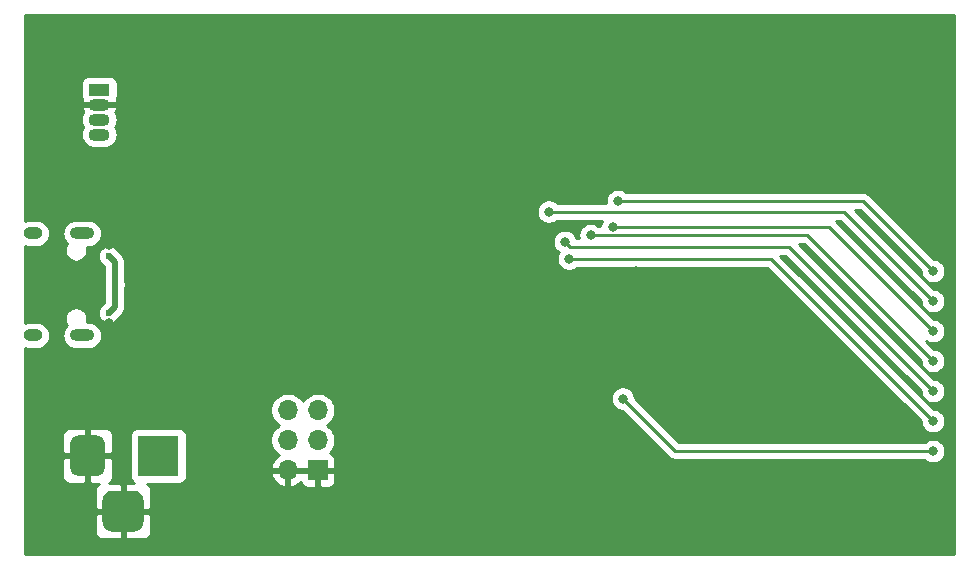
<source format=gbr>
G04 #@! TF.GenerationSoftware,KiCad,Pcbnew,5.1.8-db9833491~87~ubuntu20.04.1*
G04 #@! TF.CreationDate,2020-11-25T01:05:05+01:00*
G04 #@! TF.ProjectId,otto,6f74746f-2e6b-4696-9361-645f70636258,v1.0*
G04 #@! TF.SameCoordinates,Original*
G04 #@! TF.FileFunction,Copper,L2,Bot*
G04 #@! TF.FilePolarity,Positive*
%FSLAX46Y46*%
G04 Gerber Fmt 4.6, Leading zero omitted, Abs format (unit mm)*
G04 Created by KiCad (PCBNEW 5.1.8-db9833491~87~ubuntu20.04.1) date 2020-11-25 01:05:05*
%MOMM*%
%LPD*%
G01*
G04 APERTURE LIST*
G04 #@! TA.AperFunction,ComponentPad*
%ADD10O,1.800000X1.070000*%
G04 #@! TD*
G04 #@! TA.AperFunction,ComponentPad*
%ADD11R,1.800000X1.070000*%
G04 #@! TD*
G04 #@! TA.AperFunction,ComponentPad*
%ADD12R,1.700000X1.700000*%
G04 #@! TD*
G04 #@! TA.AperFunction,ComponentPad*
%ADD13O,1.700000X1.700000*%
G04 #@! TD*
G04 #@! TA.AperFunction,ComponentPad*
%ADD14R,3.500000X3.500000*%
G04 #@! TD*
G04 #@! TA.AperFunction,ComponentPad*
%ADD15O,1.600000X1.000000*%
G04 #@! TD*
G04 #@! TA.AperFunction,ComponentPad*
%ADD16O,2.100000X1.000000*%
G04 #@! TD*
G04 #@! TA.AperFunction,ViaPad*
%ADD17C,0.800000*%
G04 #@! TD*
G04 #@! TA.AperFunction,ViaPad*
%ADD18C,0.600000*%
G04 #@! TD*
G04 #@! TA.AperFunction,Conductor*
%ADD19C,0.500000*%
G04 #@! TD*
G04 #@! TA.AperFunction,Conductor*
%ADD20C,0.250000*%
G04 #@! TD*
G04 #@! TA.AperFunction,Conductor*
%ADD21C,0.254000*%
G04 #@! TD*
G04 #@! TA.AperFunction,Conductor*
%ADD22C,0.100000*%
G04 #@! TD*
G04 APERTURE END LIST*
D10*
X127000000Y-100810000D03*
X127000000Y-99540000D03*
X127000000Y-98270000D03*
D11*
X127000000Y-97000000D03*
D12*
X145500000Y-129225000D03*
D13*
X142960000Y-129225000D03*
X145500000Y-126685000D03*
X142960000Y-126685000D03*
X145500000Y-124145000D03*
X142960000Y-124145000D03*
D14*
X132000000Y-128000000D03*
G04 #@! TA.AperFunction,ComponentPad*
G36*
G01*
X124500000Y-129000000D02*
X124500000Y-127000000D01*
G75*
G02*
X125250000Y-126250000I750000J0D01*
G01*
X126750000Y-126250000D01*
G75*
G02*
X127500000Y-127000000I0J-750000D01*
G01*
X127500000Y-129000000D01*
G75*
G02*
X126750000Y-129750000I-750000J0D01*
G01*
X125250000Y-129750000D01*
G75*
G02*
X124500000Y-129000000I0J750000D01*
G01*
G37*
G04 #@! TD.AperFunction*
G04 #@! TA.AperFunction,ComponentPad*
G36*
G01*
X127250000Y-133575000D02*
X127250000Y-131825000D01*
G75*
G02*
X128125000Y-130950000I875000J0D01*
G01*
X129875000Y-130950000D01*
G75*
G02*
X130750000Y-131825000I0J-875000D01*
G01*
X130750000Y-133575000D01*
G75*
G02*
X129875000Y-134450000I-875000J0D01*
G01*
X128125000Y-134450000D01*
G75*
G02*
X127250000Y-133575000I0J875000D01*
G01*
G37*
G04 #@! TD.AperFunction*
D15*
X121370000Y-117810000D03*
X121370000Y-109170000D03*
D16*
X125550000Y-109170000D03*
X125550000Y-117810000D03*
D17*
X171990000Y-130670000D03*
D18*
X130530002Y-113500000D03*
X144050006Y-112750000D03*
D17*
X138160000Y-107439998D03*
X144910000Y-120590000D03*
X134930000Y-116330000D03*
X149600001Y-112230000D03*
X161100000Y-125200000D03*
X155700000Y-116300000D03*
X131880000Y-116100000D03*
X131879998Y-110900000D03*
X170280000Y-130880000D03*
X149590000Y-113750002D03*
X143310000Y-121490000D03*
X165000000Y-133970000D03*
X152899986Y-128290000D03*
X127788313Y-116799927D03*
X127788890Y-110200066D03*
X150490000Y-129270000D03*
X157150000Y-121960000D03*
X161340000Y-119100004D03*
X172400000Y-114900000D03*
X172400000Y-112360000D03*
X172400000Y-104760000D03*
X172400000Y-102220000D03*
X172400000Y-99680000D03*
X197600000Y-99710000D03*
X197600000Y-104790000D03*
X197600000Y-130140000D03*
X146660000Y-120820000D03*
X162339996Y-117070000D03*
D18*
X127800000Y-111100000D03*
X127800000Y-115900000D03*
X128300000Y-113500000D03*
D17*
X197600000Y-114900000D03*
X165060000Y-107340000D03*
X197600000Y-119970000D03*
X168590000Y-109320000D03*
X197600000Y-117440000D03*
X170450000Y-108594990D03*
X197600000Y-122520000D03*
X166410000Y-109890000D03*
X197600024Y-112360024D03*
X170890000Y-106450000D03*
X197600000Y-127600000D03*
X171310000Y-123170000D03*
X197600000Y-125060000D03*
X166764303Y-111320000D03*
D19*
X127800000Y-115900000D02*
X128300000Y-115400000D01*
X128300000Y-113075736D02*
X128300000Y-113500000D01*
X128300000Y-111600000D02*
X128300000Y-113075736D01*
X128300000Y-115400000D02*
X128300000Y-113924264D01*
X128300000Y-113924264D02*
X128300000Y-113500000D01*
X127800000Y-111100000D02*
X128300000Y-111600000D01*
D20*
X190040000Y-107340000D02*
X197600000Y-114900000D01*
X165060000Y-107340000D02*
X190040000Y-107340000D01*
X186950000Y-109320000D02*
X197600000Y-119970000D01*
X168590000Y-109320000D02*
X186950000Y-109320000D01*
X188754990Y-108594990D02*
X170450000Y-108594990D01*
X197600000Y-117440000D02*
X188754990Y-108594990D01*
X185369999Y-110289999D02*
X197600000Y-122520000D01*
X166809999Y-110289999D02*
X185369999Y-110289999D01*
X166410000Y-109890000D02*
X166809999Y-110289999D01*
X191690000Y-106450000D02*
X197600024Y-112360024D01*
X170890000Y-106450000D02*
X191690000Y-106450000D01*
X175740000Y-127600000D02*
X197600000Y-127600000D01*
X171310000Y-123170000D02*
X175740000Y-127600000D01*
X197600000Y-125060000D02*
X183860000Y-111320000D01*
X183860000Y-111320000D02*
X166764303Y-111320000D01*
D21*
X199315001Y-136315000D02*
X120685000Y-136315000D01*
X120685000Y-134450000D01*
X126611928Y-134450000D01*
X126624188Y-134574482D01*
X126660498Y-134694180D01*
X126719463Y-134804494D01*
X126798815Y-134901185D01*
X126895506Y-134980537D01*
X127005820Y-135039502D01*
X127125518Y-135075812D01*
X127250000Y-135088072D01*
X128714250Y-135085000D01*
X128873000Y-134926250D01*
X128873000Y-132827000D01*
X129127000Y-132827000D01*
X129127000Y-134926250D01*
X129285750Y-135085000D01*
X130750000Y-135088072D01*
X130874482Y-135075812D01*
X130994180Y-135039502D01*
X131104494Y-134980537D01*
X131201185Y-134901185D01*
X131280537Y-134804494D01*
X131339502Y-134694180D01*
X131375812Y-134574482D01*
X131388072Y-134450000D01*
X131385000Y-132985750D01*
X131226250Y-132827000D01*
X129127000Y-132827000D01*
X128873000Y-132827000D01*
X126773750Y-132827000D01*
X126615000Y-132985750D01*
X126611928Y-134450000D01*
X120685000Y-134450000D01*
X120685000Y-129750000D01*
X123861928Y-129750000D01*
X123874188Y-129874482D01*
X123910498Y-129994180D01*
X123969463Y-130104494D01*
X124048815Y-130201185D01*
X124145506Y-130280537D01*
X124255820Y-130339502D01*
X124375518Y-130375812D01*
X124500000Y-130388072D01*
X125714250Y-130385000D01*
X125873000Y-130226250D01*
X125873000Y-128127000D01*
X126127000Y-128127000D01*
X126127000Y-130226250D01*
X126285750Y-130385000D01*
X126956805Y-130386698D01*
X126895506Y-130419463D01*
X126798815Y-130498815D01*
X126719463Y-130595506D01*
X126660498Y-130705820D01*
X126624188Y-130825518D01*
X126611928Y-130950000D01*
X126615000Y-132414250D01*
X126773750Y-132573000D01*
X128873000Y-132573000D01*
X128873000Y-130473750D01*
X129127000Y-130473750D01*
X129127000Y-132573000D01*
X131226250Y-132573000D01*
X131385000Y-132414250D01*
X131388072Y-130950000D01*
X131375812Y-130825518D01*
X131339502Y-130705820D01*
X131280537Y-130595506D01*
X131201185Y-130498815D01*
X131104494Y-130419463D01*
X131045767Y-130388072D01*
X133750000Y-130388072D01*
X133874482Y-130375812D01*
X133994180Y-130339502D01*
X134104494Y-130280537D01*
X134201185Y-130201185D01*
X134280537Y-130104494D01*
X134339502Y-129994180D01*
X134375812Y-129874482D01*
X134388072Y-129750000D01*
X134388072Y-129581890D01*
X141518524Y-129581890D01*
X141563175Y-129729099D01*
X141688359Y-129991920D01*
X141862412Y-130225269D01*
X142078645Y-130420178D01*
X142328748Y-130569157D01*
X142603109Y-130666481D01*
X142833000Y-130545814D01*
X142833000Y-129352000D01*
X143087000Y-129352000D01*
X143087000Y-130545814D01*
X143316891Y-130666481D01*
X143591252Y-130569157D01*
X143841355Y-130420178D01*
X144037502Y-130243374D01*
X144060498Y-130319180D01*
X144119463Y-130429494D01*
X144198815Y-130526185D01*
X144295506Y-130605537D01*
X144405820Y-130664502D01*
X144525518Y-130700812D01*
X144650000Y-130713072D01*
X145214250Y-130710000D01*
X145373000Y-130551250D01*
X145373000Y-129352000D01*
X145627000Y-129352000D01*
X145627000Y-130551250D01*
X145785750Y-130710000D01*
X146350000Y-130713072D01*
X146474482Y-130700812D01*
X146594180Y-130664502D01*
X146704494Y-130605537D01*
X146801185Y-130526185D01*
X146880537Y-130429494D01*
X146939502Y-130319180D01*
X146975812Y-130199482D01*
X146988072Y-130075000D01*
X146985000Y-129510750D01*
X146826250Y-129352000D01*
X145627000Y-129352000D01*
X145373000Y-129352000D01*
X143087000Y-129352000D01*
X142833000Y-129352000D01*
X141639845Y-129352000D01*
X141518524Y-129581890D01*
X134388072Y-129581890D01*
X134388072Y-126250000D01*
X134375812Y-126125518D01*
X134339502Y-126005820D01*
X134280537Y-125895506D01*
X134201185Y-125798815D01*
X134104494Y-125719463D01*
X133994180Y-125660498D01*
X133874482Y-125624188D01*
X133750000Y-125611928D01*
X130250000Y-125611928D01*
X130125518Y-125624188D01*
X130005820Y-125660498D01*
X129895506Y-125719463D01*
X129798815Y-125798815D01*
X129719463Y-125895506D01*
X129660498Y-126005820D01*
X129624188Y-126125518D01*
X129611928Y-126250000D01*
X129611928Y-129750000D01*
X129624188Y-129874482D01*
X129660498Y-129994180D01*
X129719463Y-130104494D01*
X129798815Y-130201185D01*
X129895506Y-130280537D01*
X129957345Y-130313591D01*
X129285750Y-130315000D01*
X129127000Y-130473750D01*
X128873000Y-130473750D01*
X128714250Y-130315000D01*
X127793633Y-130313069D01*
X127854494Y-130280537D01*
X127951185Y-130201185D01*
X128030537Y-130104494D01*
X128089502Y-129994180D01*
X128125812Y-129874482D01*
X128138072Y-129750000D01*
X128135000Y-128285750D01*
X127976250Y-128127000D01*
X126127000Y-128127000D01*
X125873000Y-128127000D01*
X124023750Y-128127000D01*
X123865000Y-128285750D01*
X123861928Y-129750000D01*
X120685000Y-129750000D01*
X120685000Y-126250000D01*
X123861928Y-126250000D01*
X123865000Y-127714250D01*
X124023750Y-127873000D01*
X125873000Y-127873000D01*
X125873000Y-125773750D01*
X126127000Y-125773750D01*
X126127000Y-127873000D01*
X127976250Y-127873000D01*
X128135000Y-127714250D01*
X128138072Y-126250000D01*
X128125812Y-126125518D01*
X128089502Y-126005820D01*
X128030537Y-125895506D01*
X127951185Y-125798815D01*
X127854494Y-125719463D01*
X127744180Y-125660498D01*
X127624482Y-125624188D01*
X127500000Y-125611928D01*
X126285750Y-125615000D01*
X126127000Y-125773750D01*
X125873000Y-125773750D01*
X125714250Y-125615000D01*
X124500000Y-125611928D01*
X124375518Y-125624188D01*
X124255820Y-125660498D01*
X124145506Y-125719463D01*
X124048815Y-125798815D01*
X123969463Y-125895506D01*
X123910498Y-126005820D01*
X123874188Y-126125518D01*
X123861928Y-126250000D01*
X120685000Y-126250000D01*
X120685000Y-123998740D01*
X141475000Y-123998740D01*
X141475000Y-124291260D01*
X141532068Y-124578158D01*
X141644010Y-124848411D01*
X141806525Y-125091632D01*
X142013368Y-125298475D01*
X142187760Y-125415000D01*
X142013368Y-125531525D01*
X141806525Y-125738368D01*
X141644010Y-125981589D01*
X141532068Y-126251842D01*
X141475000Y-126538740D01*
X141475000Y-126831260D01*
X141532068Y-127118158D01*
X141644010Y-127388411D01*
X141806525Y-127631632D01*
X142013368Y-127838475D01*
X142195534Y-127960195D01*
X142078645Y-128029822D01*
X141862412Y-128224731D01*
X141688359Y-128458080D01*
X141563175Y-128720901D01*
X141518524Y-128868110D01*
X141639845Y-129098000D01*
X142833000Y-129098000D01*
X142833000Y-129078000D01*
X143087000Y-129078000D01*
X143087000Y-129098000D01*
X145373000Y-129098000D01*
X145373000Y-129078000D01*
X145627000Y-129078000D01*
X145627000Y-129098000D01*
X146826250Y-129098000D01*
X146985000Y-128939250D01*
X146988072Y-128375000D01*
X146975812Y-128250518D01*
X146939502Y-128130820D01*
X146880537Y-128020506D01*
X146801185Y-127923815D01*
X146704494Y-127844463D01*
X146594180Y-127785498D01*
X146521620Y-127763487D01*
X146653475Y-127631632D01*
X146815990Y-127388411D01*
X146927932Y-127118158D01*
X146985000Y-126831260D01*
X146985000Y-126538740D01*
X146927932Y-126251842D01*
X146815990Y-125981589D01*
X146653475Y-125738368D01*
X146446632Y-125531525D01*
X146272240Y-125415000D01*
X146446632Y-125298475D01*
X146653475Y-125091632D01*
X146815990Y-124848411D01*
X146927932Y-124578158D01*
X146985000Y-124291260D01*
X146985000Y-123998740D01*
X146927932Y-123711842D01*
X146815990Y-123441589D01*
X146653475Y-123198368D01*
X146523168Y-123068061D01*
X170275000Y-123068061D01*
X170275000Y-123271939D01*
X170314774Y-123471898D01*
X170392795Y-123660256D01*
X170506063Y-123829774D01*
X170650226Y-123973937D01*
X170819744Y-124087205D01*
X171008102Y-124165226D01*
X171208061Y-124205000D01*
X171270199Y-124205000D01*
X175176201Y-128111003D01*
X175199999Y-128140001D01*
X175228997Y-128163799D01*
X175315723Y-128234974D01*
X175410718Y-128285750D01*
X175447753Y-128305546D01*
X175591014Y-128349003D01*
X175702667Y-128360000D01*
X175702676Y-128360000D01*
X175739999Y-128363676D01*
X175777322Y-128360000D01*
X196896289Y-128360000D01*
X196940226Y-128403937D01*
X197109744Y-128517205D01*
X197298102Y-128595226D01*
X197498061Y-128635000D01*
X197701939Y-128635000D01*
X197901898Y-128595226D01*
X198090256Y-128517205D01*
X198259774Y-128403937D01*
X198403937Y-128259774D01*
X198517205Y-128090256D01*
X198595226Y-127901898D01*
X198635000Y-127701939D01*
X198635000Y-127498061D01*
X198595226Y-127298102D01*
X198517205Y-127109744D01*
X198403937Y-126940226D01*
X198259774Y-126796063D01*
X198090256Y-126682795D01*
X197901898Y-126604774D01*
X197701939Y-126565000D01*
X197498061Y-126565000D01*
X197298102Y-126604774D01*
X197109744Y-126682795D01*
X196940226Y-126796063D01*
X196896289Y-126840000D01*
X176054802Y-126840000D01*
X172345000Y-123130199D01*
X172345000Y-123068061D01*
X172305226Y-122868102D01*
X172227205Y-122679744D01*
X172113937Y-122510226D01*
X171969774Y-122366063D01*
X171800256Y-122252795D01*
X171611898Y-122174774D01*
X171411939Y-122135000D01*
X171208061Y-122135000D01*
X171008102Y-122174774D01*
X170819744Y-122252795D01*
X170650226Y-122366063D01*
X170506063Y-122510226D01*
X170392795Y-122679744D01*
X170314774Y-122868102D01*
X170275000Y-123068061D01*
X146523168Y-123068061D01*
X146446632Y-122991525D01*
X146203411Y-122829010D01*
X145933158Y-122717068D01*
X145646260Y-122660000D01*
X145353740Y-122660000D01*
X145066842Y-122717068D01*
X144796589Y-122829010D01*
X144553368Y-122991525D01*
X144346525Y-123198368D01*
X144230000Y-123372760D01*
X144113475Y-123198368D01*
X143906632Y-122991525D01*
X143663411Y-122829010D01*
X143393158Y-122717068D01*
X143106260Y-122660000D01*
X142813740Y-122660000D01*
X142526842Y-122717068D01*
X142256589Y-122829010D01*
X142013368Y-122991525D01*
X141806525Y-123198368D01*
X141644010Y-123441589D01*
X141532068Y-123711842D01*
X141475000Y-123998740D01*
X120685000Y-123998740D01*
X120685000Y-118879282D01*
X120847501Y-118928577D01*
X121014248Y-118945000D01*
X121725752Y-118945000D01*
X121892499Y-118928577D01*
X122106447Y-118863676D01*
X122303623Y-118758284D01*
X122476449Y-118616449D01*
X122618284Y-118443623D01*
X122723676Y-118246447D01*
X122788577Y-118032499D01*
X122810491Y-117810000D01*
X123859509Y-117810000D01*
X123881423Y-118032499D01*
X123946324Y-118246447D01*
X124051716Y-118443623D01*
X124193551Y-118616449D01*
X124366377Y-118758284D01*
X124563553Y-118863676D01*
X124777501Y-118928577D01*
X124944248Y-118945000D01*
X126155752Y-118945000D01*
X126322499Y-118928577D01*
X126536447Y-118863676D01*
X126733623Y-118758284D01*
X126906449Y-118616449D01*
X127048284Y-118443623D01*
X127153676Y-118246447D01*
X127218577Y-118032499D01*
X127240491Y-117810000D01*
X127218577Y-117587501D01*
X127153676Y-117373553D01*
X127048284Y-117176377D01*
X126906449Y-117003551D01*
X126733623Y-116861716D01*
X126536447Y-116756324D01*
X126322499Y-116691423D01*
X126155752Y-116675000D01*
X125936904Y-116675000D01*
X125943108Y-116660022D01*
X125980000Y-116474552D01*
X125980000Y-116285448D01*
X125943108Y-116099978D01*
X125870741Y-115925269D01*
X125765681Y-115768036D01*
X125631964Y-115634319D01*
X125474731Y-115529259D01*
X125300022Y-115456892D01*
X125114552Y-115420000D01*
X124925448Y-115420000D01*
X124739978Y-115456892D01*
X124565269Y-115529259D01*
X124408036Y-115634319D01*
X124274319Y-115768036D01*
X124169259Y-115925269D01*
X124096892Y-116099978D01*
X124060000Y-116285448D01*
X124060000Y-116474552D01*
X124096892Y-116660022D01*
X124169259Y-116834731D01*
X124250715Y-116956638D01*
X124193551Y-117003551D01*
X124051716Y-117176377D01*
X123946324Y-117373553D01*
X123881423Y-117587501D01*
X123859509Y-117810000D01*
X122810491Y-117810000D01*
X122788577Y-117587501D01*
X122723676Y-117373553D01*
X122618284Y-117176377D01*
X122476449Y-117003551D01*
X122303623Y-116861716D01*
X122106447Y-116756324D01*
X121892499Y-116691423D01*
X121725752Y-116675000D01*
X121014248Y-116675000D01*
X120847501Y-116691423D01*
X120685000Y-116740718D01*
X120685000Y-110239282D01*
X120847501Y-110288577D01*
X121014248Y-110305000D01*
X121725752Y-110305000D01*
X121892499Y-110288577D01*
X122106447Y-110223676D01*
X122303623Y-110118284D01*
X122476449Y-109976449D01*
X122618284Y-109803623D01*
X122723676Y-109606447D01*
X122788577Y-109392499D01*
X122810491Y-109170000D01*
X123859509Y-109170000D01*
X123881423Y-109392499D01*
X123946324Y-109606447D01*
X124051716Y-109803623D01*
X124193551Y-109976449D01*
X124250715Y-110023362D01*
X124169259Y-110145269D01*
X124096892Y-110319978D01*
X124060000Y-110505448D01*
X124060000Y-110694552D01*
X124096892Y-110880022D01*
X124169259Y-111054731D01*
X124274319Y-111211964D01*
X124408036Y-111345681D01*
X124565269Y-111450741D01*
X124739978Y-111523108D01*
X124925448Y-111560000D01*
X125114552Y-111560000D01*
X125300022Y-111523108D01*
X125474731Y-111450741D01*
X125631964Y-111345681D01*
X125765681Y-111211964D01*
X125870741Y-111054731D01*
X125890134Y-111007911D01*
X126865000Y-111007911D01*
X126865000Y-111192089D01*
X126900932Y-111372729D01*
X126971414Y-111542889D01*
X127073738Y-111696028D01*
X127203972Y-111826262D01*
X127357111Y-111928586D01*
X127391077Y-111942655D01*
X127415000Y-111966578D01*
X127415001Y-113032250D01*
X127415000Y-113032260D01*
X127415000Y-113193308D01*
X127400932Y-113227271D01*
X127365000Y-113407911D01*
X127365000Y-113592089D01*
X127400932Y-113772729D01*
X127415000Y-113806692D01*
X127415000Y-113967740D01*
X127415001Y-113967750D01*
X127415000Y-115033422D01*
X127391077Y-115057345D01*
X127357111Y-115071414D01*
X127203972Y-115173738D01*
X127073738Y-115303972D01*
X126971414Y-115457111D01*
X126900932Y-115627271D01*
X126865000Y-115807911D01*
X126865000Y-115992089D01*
X126900932Y-116172729D01*
X126971414Y-116342889D01*
X127073738Y-116496028D01*
X127203972Y-116626262D01*
X127357111Y-116728586D01*
X127527271Y-116799068D01*
X127707911Y-116835000D01*
X127892089Y-116835000D01*
X128072729Y-116799068D01*
X128242889Y-116728586D01*
X128396028Y-116626262D01*
X128526262Y-116496028D01*
X128628586Y-116342889D01*
X128642655Y-116308923D01*
X128895045Y-116056533D01*
X128928817Y-116028817D01*
X129039411Y-115894059D01*
X129121589Y-115740313D01*
X129172195Y-115573490D01*
X129185000Y-115443477D01*
X129185000Y-115443469D01*
X129189281Y-115400000D01*
X129185000Y-115356531D01*
X129185000Y-113806692D01*
X129199068Y-113772729D01*
X129235000Y-113592089D01*
X129235000Y-113407911D01*
X129199068Y-113227271D01*
X129185000Y-113193308D01*
X129185000Y-111643469D01*
X129189281Y-111600000D01*
X129185000Y-111556531D01*
X129185000Y-111556523D01*
X129172195Y-111426510D01*
X129121589Y-111259687D01*
X129039411Y-111105941D01*
X128928817Y-110971183D01*
X128895045Y-110943467D01*
X128642655Y-110691077D01*
X128628586Y-110657111D01*
X128526262Y-110503972D01*
X128396028Y-110373738D01*
X128242889Y-110271414D01*
X128072729Y-110200932D01*
X127892089Y-110165000D01*
X127707911Y-110165000D01*
X127527271Y-110200932D01*
X127357111Y-110271414D01*
X127203972Y-110373738D01*
X127073738Y-110503972D01*
X126971414Y-110657111D01*
X126900932Y-110827271D01*
X126865000Y-111007911D01*
X125890134Y-111007911D01*
X125943108Y-110880022D01*
X125980000Y-110694552D01*
X125980000Y-110505448D01*
X125943108Y-110319978D01*
X125936904Y-110305000D01*
X126155752Y-110305000D01*
X126322499Y-110288577D01*
X126536447Y-110223676D01*
X126733623Y-110118284D01*
X126906449Y-109976449D01*
X127048284Y-109803623D01*
X127153676Y-109606447D01*
X127218577Y-109392499D01*
X127240491Y-109170000D01*
X127218577Y-108947501D01*
X127153676Y-108733553D01*
X127048284Y-108536377D01*
X126906449Y-108363551D01*
X126733623Y-108221716D01*
X126536447Y-108116324D01*
X126322499Y-108051423D01*
X126155752Y-108035000D01*
X124944248Y-108035000D01*
X124777501Y-108051423D01*
X124563553Y-108116324D01*
X124366377Y-108221716D01*
X124193551Y-108363551D01*
X124051716Y-108536377D01*
X123946324Y-108733553D01*
X123881423Y-108947501D01*
X123859509Y-109170000D01*
X122810491Y-109170000D01*
X122788577Y-108947501D01*
X122723676Y-108733553D01*
X122618284Y-108536377D01*
X122476449Y-108363551D01*
X122303623Y-108221716D01*
X122106447Y-108116324D01*
X121892499Y-108051423D01*
X121725752Y-108035000D01*
X121014248Y-108035000D01*
X120847501Y-108051423D01*
X120685000Y-108100718D01*
X120685000Y-107238061D01*
X164025000Y-107238061D01*
X164025000Y-107441939D01*
X164064774Y-107641898D01*
X164142795Y-107830256D01*
X164256063Y-107999774D01*
X164400226Y-108143937D01*
X164569744Y-108257205D01*
X164758102Y-108335226D01*
X164958061Y-108375000D01*
X165161939Y-108375000D01*
X165361898Y-108335226D01*
X165550256Y-108257205D01*
X165719774Y-108143937D01*
X165763711Y-108100000D01*
X169535958Y-108100000D01*
X169532795Y-108104734D01*
X169454774Y-108293092D01*
X169415000Y-108493051D01*
X169415000Y-108560000D01*
X169293711Y-108560000D01*
X169249774Y-108516063D01*
X169080256Y-108402795D01*
X168891898Y-108324774D01*
X168691939Y-108285000D01*
X168488061Y-108285000D01*
X168288102Y-108324774D01*
X168099744Y-108402795D01*
X167930226Y-108516063D01*
X167786063Y-108660226D01*
X167672795Y-108829744D01*
X167594774Y-109018102D01*
X167555000Y-109218061D01*
X167555000Y-109421939D01*
X167576494Y-109529999D01*
X167381159Y-109529999D01*
X167327205Y-109399744D01*
X167213937Y-109230226D01*
X167069774Y-109086063D01*
X166900256Y-108972795D01*
X166711898Y-108894774D01*
X166511939Y-108855000D01*
X166308061Y-108855000D01*
X166108102Y-108894774D01*
X165919744Y-108972795D01*
X165750226Y-109086063D01*
X165606063Y-109230226D01*
X165492795Y-109399744D01*
X165414774Y-109588102D01*
X165375000Y-109788061D01*
X165375000Y-109991939D01*
X165414774Y-110191898D01*
X165492795Y-110380256D01*
X165606063Y-110549774D01*
X165750226Y-110693937D01*
X165879932Y-110780604D01*
X165847098Y-110829744D01*
X165769077Y-111018102D01*
X165729303Y-111218061D01*
X165729303Y-111421939D01*
X165769077Y-111621898D01*
X165847098Y-111810256D01*
X165960366Y-111979774D01*
X166104529Y-112123937D01*
X166274047Y-112237205D01*
X166462405Y-112315226D01*
X166662364Y-112355000D01*
X166866242Y-112355000D01*
X167066201Y-112315226D01*
X167254559Y-112237205D01*
X167424077Y-112123937D01*
X167468014Y-112080000D01*
X183545199Y-112080000D01*
X196565000Y-125099802D01*
X196565000Y-125161939D01*
X196604774Y-125361898D01*
X196682795Y-125550256D01*
X196796063Y-125719774D01*
X196940226Y-125863937D01*
X197109744Y-125977205D01*
X197298102Y-126055226D01*
X197498061Y-126095000D01*
X197701939Y-126095000D01*
X197901898Y-126055226D01*
X198090256Y-125977205D01*
X198259774Y-125863937D01*
X198403937Y-125719774D01*
X198517205Y-125550256D01*
X198595226Y-125361898D01*
X198635000Y-125161939D01*
X198635000Y-124958061D01*
X198595226Y-124758102D01*
X198517205Y-124569744D01*
X198403937Y-124400226D01*
X198259774Y-124256063D01*
X198090256Y-124142795D01*
X197901898Y-124064774D01*
X197701939Y-124025000D01*
X197639802Y-124025000D01*
X184664800Y-111049999D01*
X185055198Y-111049999D01*
X196565000Y-122559802D01*
X196565000Y-122621939D01*
X196604774Y-122821898D01*
X196682795Y-123010256D01*
X196796063Y-123179774D01*
X196940226Y-123323937D01*
X197109744Y-123437205D01*
X197298102Y-123515226D01*
X197498061Y-123555000D01*
X197701939Y-123555000D01*
X197901898Y-123515226D01*
X198090256Y-123437205D01*
X198259774Y-123323937D01*
X198403937Y-123179774D01*
X198517205Y-123010256D01*
X198595226Y-122821898D01*
X198635000Y-122621939D01*
X198635000Y-122418061D01*
X198595226Y-122218102D01*
X198517205Y-122029744D01*
X198403937Y-121860226D01*
X198259774Y-121716063D01*
X198090256Y-121602795D01*
X197901898Y-121524774D01*
X197701939Y-121485000D01*
X197639802Y-121485000D01*
X186234801Y-110080000D01*
X186635199Y-110080000D01*
X196565000Y-120009803D01*
X196565000Y-120071939D01*
X196604774Y-120271898D01*
X196682795Y-120460256D01*
X196796063Y-120629774D01*
X196940226Y-120773937D01*
X197109744Y-120887205D01*
X197298102Y-120965226D01*
X197498061Y-121005000D01*
X197701939Y-121005000D01*
X197901898Y-120965226D01*
X198090256Y-120887205D01*
X198259774Y-120773937D01*
X198403937Y-120629774D01*
X198517205Y-120460256D01*
X198595226Y-120271898D01*
X198635000Y-120071939D01*
X198635000Y-119868061D01*
X198595226Y-119668102D01*
X198517205Y-119479744D01*
X198403937Y-119310226D01*
X198259774Y-119166063D01*
X198090256Y-119052795D01*
X197901898Y-118974774D01*
X197701939Y-118935000D01*
X197639803Y-118935000D01*
X196965884Y-118261081D01*
X197109744Y-118357205D01*
X197298102Y-118435226D01*
X197498061Y-118475000D01*
X197701939Y-118475000D01*
X197901898Y-118435226D01*
X198090256Y-118357205D01*
X198259774Y-118243937D01*
X198403937Y-118099774D01*
X198517205Y-117930256D01*
X198595226Y-117741898D01*
X198635000Y-117541939D01*
X198635000Y-117338061D01*
X198595226Y-117138102D01*
X198517205Y-116949744D01*
X198403937Y-116780226D01*
X198259774Y-116636063D01*
X198090256Y-116522795D01*
X197901898Y-116444774D01*
X197701939Y-116405000D01*
X197639802Y-116405000D01*
X189334801Y-108100000D01*
X189725199Y-108100000D01*
X196565000Y-114939802D01*
X196565000Y-115001939D01*
X196604774Y-115201898D01*
X196682795Y-115390256D01*
X196796063Y-115559774D01*
X196940226Y-115703937D01*
X197109744Y-115817205D01*
X197298102Y-115895226D01*
X197498061Y-115935000D01*
X197701939Y-115935000D01*
X197901898Y-115895226D01*
X198090256Y-115817205D01*
X198259774Y-115703937D01*
X198403937Y-115559774D01*
X198517205Y-115390256D01*
X198595226Y-115201898D01*
X198635000Y-115001939D01*
X198635000Y-114798061D01*
X198595226Y-114598102D01*
X198517205Y-114409744D01*
X198403937Y-114240226D01*
X198259774Y-114096063D01*
X198090256Y-113982795D01*
X197901898Y-113904774D01*
X197701939Y-113865000D01*
X197639802Y-113865000D01*
X190984801Y-107210000D01*
X191375199Y-107210000D01*
X196565024Y-112399826D01*
X196565024Y-112461963D01*
X196604798Y-112661922D01*
X196682819Y-112850280D01*
X196796087Y-113019798D01*
X196940250Y-113163961D01*
X197109768Y-113277229D01*
X197298126Y-113355250D01*
X197498085Y-113395024D01*
X197701963Y-113395024D01*
X197901922Y-113355250D01*
X198090280Y-113277229D01*
X198259798Y-113163961D01*
X198403961Y-113019798D01*
X198517229Y-112850280D01*
X198595250Y-112661922D01*
X198635024Y-112461963D01*
X198635024Y-112258085D01*
X198595250Y-112058126D01*
X198517229Y-111869768D01*
X198403961Y-111700250D01*
X198259798Y-111556087D01*
X198090280Y-111442819D01*
X197901922Y-111364798D01*
X197701963Y-111325024D01*
X197639826Y-111325024D01*
X192253804Y-105939003D01*
X192230001Y-105909999D01*
X192114276Y-105815026D01*
X191982247Y-105744454D01*
X191838986Y-105700997D01*
X191727333Y-105690000D01*
X191727322Y-105690000D01*
X191690000Y-105686324D01*
X191652678Y-105690000D01*
X171593711Y-105690000D01*
X171549774Y-105646063D01*
X171380256Y-105532795D01*
X171191898Y-105454774D01*
X170991939Y-105415000D01*
X170788061Y-105415000D01*
X170588102Y-105454774D01*
X170399744Y-105532795D01*
X170230226Y-105646063D01*
X170086063Y-105790226D01*
X169972795Y-105959744D01*
X169894774Y-106148102D01*
X169855000Y-106348061D01*
X169855000Y-106551939D01*
X169860582Y-106580000D01*
X165763711Y-106580000D01*
X165719774Y-106536063D01*
X165550256Y-106422795D01*
X165361898Y-106344774D01*
X165161939Y-106305000D01*
X164958061Y-106305000D01*
X164758102Y-106344774D01*
X164569744Y-106422795D01*
X164400226Y-106536063D01*
X164256063Y-106680226D01*
X164142795Y-106849744D01*
X164064774Y-107038102D01*
X164025000Y-107238061D01*
X120685000Y-107238061D01*
X120685000Y-99540000D01*
X125459339Y-99540000D01*
X125481929Y-99769360D01*
X125548831Y-99989906D01*
X125647766Y-100175000D01*
X125548831Y-100360094D01*
X125481929Y-100580640D01*
X125459339Y-100810000D01*
X125481929Y-101039360D01*
X125548831Y-101259906D01*
X125657474Y-101463162D01*
X125803682Y-101641318D01*
X125981838Y-101787526D01*
X126185094Y-101896169D01*
X126405640Y-101963071D01*
X126577523Y-101980000D01*
X127422477Y-101980000D01*
X127594360Y-101963071D01*
X127814906Y-101896169D01*
X128018162Y-101787526D01*
X128196318Y-101641318D01*
X128342526Y-101463162D01*
X128451169Y-101259906D01*
X128518071Y-101039360D01*
X128540661Y-100810000D01*
X128518071Y-100580640D01*
X128451169Y-100360094D01*
X128352234Y-100175000D01*
X128451169Y-99989906D01*
X128518071Y-99769360D01*
X128540661Y-99540000D01*
X128518071Y-99310640D01*
X128451169Y-99090094D01*
X128350846Y-98902404D01*
X128408377Y-98814421D01*
X128493900Y-98577383D01*
X128368244Y-98397000D01*
X127627560Y-98397000D01*
X127594360Y-98386929D01*
X127422477Y-98370000D01*
X126577523Y-98370000D01*
X126405640Y-98386929D01*
X126372440Y-98397000D01*
X125631756Y-98397000D01*
X125506100Y-98577383D01*
X125591623Y-98814421D01*
X125649154Y-98902404D01*
X125548831Y-99090094D01*
X125481929Y-99310640D01*
X125459339Y-99540000D01*
X120685000Y-99540000D01*
X120685000Y-96465000D01*
X125461928Y-96465000D01*
X125461928Y-97535000D01*
X125474188Y-97659482D01*
X125510498Y-97779180D01*
X125547385Y-97848190D01*
X125506100Y-97962617D01*
X125631756Y-98143000D01*
X125916800Y-98143000D01*
X125975518Y-98160812D01*
X126100000Y-98173072D01*
X127900000Y-98173072D01*
X128024482Y-98160812D01*
X128083200Y-98143000D01*
X128368244Y-98143000D01*
X128493900Y-97962617D01*
X128452615Y-97848190D01*
X128489502Y-97779180D01*
X128525812Y-97659482D01*
X128538072Y-97535000D01*
X128538072Y-96465000D01*
X128525812Y-96340518D01*
X128489502Y-96220820D01*
X128430537Y-96110506D01*
X128351185Y-96013815D01*
X128254494Y-95934463D01*
X128144180Y-95875498D01*
X128024482Y-95839188D01*
X127900000Y-95826928D01*
X126100000Y-95826928D01*
X125975518Y-95839188D01*
X125855820Y-95875498D01*
X125745506Y-95934463D01*
X125648815Y-96013815D01*
X125569463Y-96110506D01*
X125510498Y-96220820D01*
X125474188Y-96340518D01*
X125461928Y-96465000D01*
X120685000Y-96465000D01*
X120685000Y-90685000D01*
X199315000Y-90685000D01*
X199315001Y-136315000D01*
G04 #@! TA.AperFunction,Conductor*
D22*
G36*
X199315001Y-136315000D02*
G01*
X120685000Y-136315000D01*
X120685000Y-134450000D01*
X126611928Y-134450000D01*
X126624188Y-134574482D01*
X126660498Y-134694180D01*
X126719463Y-134804494D01*
X126798815Y-134901185D01*
X126895506Y-134980537D01*
X127005820Y-135039502D01*
X127125518Y-135075812D01*
X127250000Y-135088072D01*
X128714250Y-135085000D01*
X128873000Y-134926250D01*
X128873000Y-132827000D01*
X129127000Y-132827000D01*
X129127000Y-134926250D01*
X129285750Y-135085000D01*
X130750000Y-135088072D01*
X130874482Y-135075812D01*
X130994180Y-135039502D01*
X131104494Y-134980537D01*
X131201185Y-134901185D01*
X131280537Y-134804494D01*
X131339502Y-134694180D01*
X131375812Y-134574482D01*
X131388072Y-134450000D01*
X131385000Y-132985750D01*
X131226250Y-132827000D01*
X129127000Y-132827000D01*
X128873000Y-132827000D01*
X126773750Y-132827000D01*
X126615000Y-132985750D01*
X126611928Y-134450000D01*
X120685000Y-134450000D01*
X120685000Y-129750000D01*
X123861928Y-129750000D01*
X123874188Y-129874482D01*
X123910498Y-129994180D01*
X123969463Y-130104494D01*
X124048815Y-130201185D01*
X124145506Y-130280537D01*
X124255820Y-130339502D01*
X124375518Y-130375812D01*
X124500000Y-130388072D01*
X125714250Y-130385000D01*
X125873000Y-130226250D01*
X125873000Y-128127000D01*
X126127000Y-128127000D01*
X126127000Y-130226250D01*
X126285750Y-130385000D01*
X126956805Y-130386698D01*
X126895506Y-130419463D01*
X126798815Y-130498815D01*
X126719463Y-130595506D01*
X126660498Y-130705820D01*
X126624188Y-130825518D01*
X126611928Y-130950000D01*
X126615000Y-132414250D01*
X126773750Y-132573000D01*
X128873000Y-132573000D01*
X128873000Y-130473750D01*
X129127000Y-130473750D01*
X129127000Y-132573000D01*
X131226250Y-132573000D01*
X131385000Y-132414250D01*
X131388072Y-130950000D01*
X131375812Y-130825518D01*
X131339502Y-130705820D01*
X131280537Y-130595506D01*
X131201185Y-130498815D01*
X131104494Y-130419463D01*
X131045767Y-130388072D01*
X133750000Y-130388072D01*
X133874482Y-130375812D01*
X133994180Y-130339502D01*
X134104494Y-130280537D01*
X134201185Y-130201185D01*
X134280537Y-130104494D01*
X134339502Y-129994180D01*
X134375812Y-129874482D01*
X134388072Y-129750000D01*
X134388072Y-129581890D01*
X141518524Y-129581890D01*
X141563175Y-129729099D01*
X141688359Y-129991920D01*
X141862412Y-130225269D01*
X142078645Y-130420178D01*
X142328748Y-130569157D01*
X142603109Y-130666481D01*
X142833000Y-130545814D01*
X142833000Y-129352000D01*
X143087000Y-129352000D01*
X143087000Y-130545814D01*
X143316891Y-130666481D01*
X143591252Y-130569157D01*
X143841355Y-130420178D01*
X144037502Y-130243374D01*
X144060498Y-130319180D01*
X144119463Y-130429494D01*
X144198815Y-130526185D01*
X144295506Y-130605537D01*
X144405820Y-130664502D01*
X144525518Y-130700812D01*
X144650000Y-130713072D01*
X145214250Y-130710000D01*
X145373000Y-130551250D01*
X145373000Y-129352000D01*
X145627000Y-129352000D01*
X145627000Y-130551250D01*
X145785750Y-130710000D01*
X146350000Y-130713072D01*
X146474482Y-130700812D01*
X146594180Y-130664502D01*
X146704494Y-130605537D01*
X146801185Y-130526185D01*
X146880537Y-130429494D01*
X146939502Y-130319180D01*
X146975812Y-130199482D01*
X146988072Y-130075000D01*
X146985000Y-129510750D01*
X146826250Y-129352000D01*
X145627000Y-129352000D01*
X145373000Y-129352000D01*
X143087000Y-129352000D01*
X142833000Y-129352000D01*
X141639845Y-129352000D01*
X141518524Y-129581890D01*
X134388072Y-129581890D01*
X134388072Y-126250000D01*
X134375812Y-126125518D01*
X134339502Y-126005820D01*
X134280537Y-125895506D01*
X134201185Y-125798815D01*
X134104494Y-125719463D01*
X133994180Y-125660498D01*
X133874482Y-125624188D01*
X133750000Y-125611928D01*
X130250000Y-125611928D01*
X130125518Y-125624188D01*
X130005820Y-125660498D01*
X129895506Y-125719463D01*
X129798815Y-125798815D01*
X129719463Y-125895506D01*
X129660498Y-126005820D01*
X129624188Y-126125518D01*
X129611928Y-126250000D01*
X129611928Y-129750000D01*
X129624188Y-129874482D01*
X129660498Y-129994180D01*
X129719463Y-130104494D01*
X129798815Y-130201185D01*
X129895506Y-130280537D01*
X129957345Y-130313591D01*
X129285750Y-130315000D01*
X129127000Y-130473750D01*
X128873000Y-130473750D01*
X128714250Y-130315000D01*
X127793633Y-130313069D01*
X127854494Y-130280537D01*
X127951185Y-130201185D01*
X128030537Y-130104494D01*
X128089502Y-129994180D01*
X128125812Y-129874482D01*
X128138072Y-129750000D01*
X128135000Y-128285750D01*
X127976250Y-128127000D01*
X126127000Y-128127000D01*
X125873000Y-128127000D01*
X124023750Y-128127000D01*
X123865000Y-128285750D01*
X123861928Y-129750000D01*
X120685000Y-129750000D01*
X120685000Y-126250000D01*
X123861928Y-126250000D01*
X123865000Y-127714250D01*
X124023750Y-127873000D01*
X125873000Y-127873000D01*
X125873000Y-125773750D01*
X126127000Y-125773750D01*
X126127000Y-127873000D01*
X127976250Y-127873000D01*
X128135000Y-127714250D01*
X128138072Y-126250000D01*
X128125812Y-126125518D01*
X128089502Y-126005820D01*
X128030537Y-125895506D01*
X127951185Y-125798815D01*
X127854494Y-125719463D01*
X127744180Y-125660498D01*
X127624482Y-125624188D01*
X127500000Y-125611928D01*
X126285750Y-125615000D01*
X126127000Y-125773750D01*
X125873000Y-125773750D01*
X125714250Y-125615000D01*
X124500000Y-125611928D01*
X124375518Y-125624188D01*
X124255820Y-125660498D01*
X124145506Y-125719463D01*
X124048815Y-125798815D01*
X123969463Y-125895506D01*
X123910498Y-126005820D01*
X123874188Y-126125518D01*
X123861928Y-126250000D01*
X120685000Y-126250000D01*
X120685000Y-123998740D01*
X141475000Y-123998740D01*
X141475000Y-124291260D01*
X141532068Y-124578158D01*
X141644010Y-124848411D01*
X141806525Y-125091632D01*
X142013368Y-125298475D01*
X142187760Y-125415000D01*
X142013368Y-125531525D01*
X141806525Y-125738368D01*
X141644010Y-125981589D01*
X141532068Y-126251842D01*
X141475000Y-126538740D01*
X141475000Y-126831260D01*
X141532068Y-127118158D01*
X141644010Y-127388411D01*
X141806525Y-127631632D01*
X142013368Y-127838475D01*
X142195534Y-127960195D01*
X142078645Y-128029822D01*
X141862412Y-128224731D01*
X141688359Y-128458080D01*
X141563175Y-128720901D01*
X141518524Y-128868110D01*
X141639845Y-129098000D01*
X142833000Y-129098000D01*
X142833000Y-129078000D01*
X143087000Y-129078000D01*
X143087000Y-129098000D01*
X145373000Y-129098000D01*
X145373000Y-129078000D01*
X145627000Y-129078000D01*
X145627000Y-129098000D01*
X146826250Y-129098000D01*
X146985000Y-128939250D01*
X146988072Y-128375000D01*
X146975812Y-128250518D01*
X146939502Y-128130820D01*
X146880537Y-128020506D01*
X146801185Y-127923815D01*
X146704494Y-127844463D01*
X146594180Y-127785498D01*
X146521620Y-127763487D01*
X146653475Y-127631632D01*
X146815990Y-127388411D01*
X146927932Y-127118158D01*
X146985000Y-126831260D01*
X146985000Y-126538740D01*
X146927932Y-126251842D01*
X146815990Y-125981589D01*
X146653475Y-125738368D01*
X146446632Y-125531525D01*
X146272240Y-125415000D01*
X146446632Y-125298475D01*
X146653475Y-125091632D01*
X146815990Y-124848411D01*
X146927932Y-124578158D01*
X146985000Y-124291260D01*
X146985000Y-123998740D01*
X146927932Y-123711842D01*
X146815990Y-123441589D01*
X146653475Y-123198368D01*
X146523168Y-123068061D01*
X170275000Y-123068061D01*
X170275000Y-123271939D01*
X170314774Y-123471898D01*
X170392795Y-123660256D01*
X170506063Y-123829774D01*
X170650226Y-123973937D01*
X170819744Y-124087205D01*
X171008102Y-124165226D01*
X171208061Y-124205000D01*
X171270199Y-124205000D01*
X175176201Y-128111003D01*
X175199999Y-128140001D01*
X175228997Y-128163799D01*
X175315723Y-128234974D01*
X175410718Y-128285750D01*
X175447753Y-128305546D01*
X175591014Y-128349003D01*
X175702667Y-128360000D01*
X175702676Y-128360000D01*
X175739999Y-128363676D01*
X175777322Y-128360000D01*
X196896289Y-128360000D01*
X196940226Y-128403937D01*
X197109744Y-128517205D01*
X197298102Y-128595226D01*
X197498061Y-128635000D01*
X197701939Y-128635000D01*
X197901898Y-128595226D01*
X198090256Y-128517205D01*
X198259774Y-128403937D01*
X198403937Y-128259774D01*
X198517205Y-128090256D01*
X198595226Y-127901898D01*
X198635000Y-127701939D01*
X198635000Y-127498061D01*
X198595226Y-127298102D01*
X198517205Y-127109744D01*
X198403937Y-126940226D01*
X198259774Y-126796063D01*
X198090256Y-126682795D01*
X197901898Y-126604774D01*
X197701939Y-126565000D01*
X197498061Y-126565000D01*
X197298102Y-126604774D01*
X197109744Y-126682795D01*
X196940226Y-126796063D01*
X196896289Y-126840000D01*
X176054802Y-126840000D01*
X172345000Y-123130199D01*
X172345000Y-123068061D01*
X172305226Y-122868102D01*
X172227205Y-122679744D01*
X172113937Y-122510226D01*
X171969774Y-122366063D01*
X171800256Y-122252795D01*
X171611898Y-122174774D01*
X171411939Y-122135000D01*
X171208061Y-122135000D01*
X171008102Y-122174774D01*
X170819744Y-122252795D01*
X170650226Y-122366063D01*
X170506063Y-122510226D01*
X170392795Y-122679744D01*
X170314774Y-122868102D01*
X170275000Y-123068061D01*
X146523168Y-123068061D01*
X146446632Y-122991525D01*
X146203411Y-122829010D01*
X145933158Y-122717068D01*
X145646260Y-122660000D01*
X145353740Y-122660000D01*
X145066842Y-122717068D01*
X144796589Y-122829010D01*
X144553368Y-122991525D01*
X144346525Y-123198368D01*
X144230000Y-123372760D01*
X144113475Y-123198368D01*
X143906632Y-122991525D01*
X143663411Y-122829010D01*
X143393158Y-122717068D01*
X143106260Y-122660000D01*
X142813740Y-122660000D01*
X142526842Y-122717068D01*
X142256589Y-122829010D01*
X142013368Y-122991525D01*
X141806525Y-123198368D01*
X141644010Y-123441589D01*
X141532068Y-123711842D01*
X141475000Y-123998740D01*
X120685000Y-123998740D01*
X120685000Y-118879282D01*
X120847501Y-118928577D01*
X121014248Y-118945000D01*
X121725752Y-118945000D01*
X121892499Y-118928577D01*
X122106447Y-118863676D01*
X122303623Y-118758284D01*
X122476449Y-118616449D01*
X122618284Y-118443623D01*
X122723676Y-118246447D01*
X122788577Y-118032499D01*
X122810491Y-117810000D01*
X123859509Y-117810000D01*
X123881423Y-118032499D01*
X123946324Y-118246447D01*
X124051716Y-118443623D01*
X124193551Y-118616449D01*
X124366377Y-118758284D01*
X124563553Y-118863676D01*
X124777501Y-118928577D01*
X124944248Y-118945000D01*
X126155752Y-118945000D01*
X126322499Y-118928577D01*
X126536447Y-118863676D01*
X126733623Y-118758284D01*
X126906449Y-118616449D01*
X127048284Y-118443623D01*
X127153676Y-118246447D01*
X127218577Y-118032499D01*
X127240491Y-117810000D01*
X127218577Y-117587501D01*
X127153676Y-117373553D01*
X127048284Y-117176377D01*
X126906449Y-117003551D01*
X126733623Y-116861716D01*
X126536447Y-116756324D01*
X126322499Y-116691423D01*
X126155752Y-116675000D01*
X125936904Y-116675000D01*
X125943108Y-116660022D01*
X125980000Y-116474552D01*
X125980000Y-116285448D01*
X125943108Y-116099978D01*
X125870741Y-115925269D01*
X125765681Y-115768036D01*
X125631964Y-115634319D01*
X125474731Y-115529259D01*
X125300022Y-115456892D01*
X125114552Y-115420000D01*
X124925448Y-115420000D01*
X124739978Y-115456892D01*
X124565269Y-115529259D01*
X124408036Y-115634319D01*
X124274319Y-115768036D01*
X124169259Y-115925269D01*
X124096892Y-116099978D01*
X124060000Y-116285448D01*
X124060000Y-116474552D01*
X124096892Y-116660022D01*
X124169259Y-116834731D01*
X124250715Y-116956638D01*
X124193551Y-117003551D01*
X124051716Y-117176377D01*
X123946324Y-117373553D01*
X123881423Y-117587501D01*
X123859509Y-117810000D01*
X122810491Y-117810000D01*
X122788577Y-117587501D01*
X122723676Y-117373553D01*
X122618284Y-117176377D01*
X122476449Y-117003551D01*
X122303623Y-116861716D01*
X122106447Y-116756324D01*
X121892499Y-116691423D01*
X121725752Y-116675000D01*
X121014248Y-116675000D01*
X120847501Y-116691423D01*
X120685000Y-116740718D01*
X120685000Y-110239282D01*
X120847501Y-110288577D01*
X121014248Y-110305000D01*
X121725752Y-110305000D01*
X121892499Y-110288577D01*
X122106447Y-110223676D01*
X122303623Y-110118284D01*
X122476449Y-109976449D01*
X122618284Y-109803623D01*
X122723676Y-109606447D01*
X122788577Y-109392499D01*
X122810491Y-109170000D01*
X123859509Y-109170000D01*
X123881423Y-109392499D01*
X123946324Y-109606447D01*
X124051716Y-109803623D01*
X124193551Y-109976449D01*
X124250715Y-110023362D01*
X124169259Y-110145269D01*
X124096892Y-110319978D01*
X124060000Y-110505448D01*
X124060000Y-110694552D01*
X124096892Y-110880022D01*
X124169259Y-111054731D01*
X124274319Y-111211964D01*
X124408036Y-111345681D01*
X124565269Y-111450741D01*
X124739978Y-111523108D01*
X124925448Y-111560000D01*
X125114552Y-111560000D01*
X125300022Y-111523108D01*
X125474731Y-111450741D01*
X125631964Y-111345681D01*
X125765681Y-111211964D01*
X125870741Y-111054731D01*
X125890134Y-111007911D01*
X126865000Y-111007911D01*
X126865000Y-111192089D01*
X126900932Y-111372729D01*
X126971414Y-111542889D01*
X127073738Y-111696028D01*
X127203972Y-111826262D01*
X127357111Y-111928586D01*
X127391077Y-111942655D01*
X127415000Y-111966578D01*
X127415001Y-113032250D01*
X127415000Y-113032260D01*
X127415000Y-113193308D01*
X127400932Y-113227271D01*
X127365000Y-113407911D01*
X127365000Y-113592089D01*
X127400932Y-113772729D01*
X127415000Y-113806692D01*
X127415000Y-113967740D01*
X127415001Y-113967750D01*
X127415000Y-115033422D01*
X127391077Y-115057345D01*
X127357111Y-115071414D01*
X127203972Y-115173738D01*
X127073738Y-115303972D01*
X126971414Y-115457111D01*
X126900932Y-115627271D01*
X126865000Y-115807911D01*
X126865000Y-115992089D01*
X126900932Y-116172729D01*
X126971414Y-116342889D01*
X127073738Y-116496028D01*
X127203972Y-116626262D01*
X127357111Y-116728586D01*
X127527271Y-116799068D01*
X127707911Y-116835000D01*
X127892089Y-116835000D01*
X128072729Y-116799068D01*
X128242889Y-116728586D01*
X128396028Y-116626262D01*
X128526262Y-116496028D01*
X128628586Y-116342889D01*
X128642655Y-116308923D01*
X128895045Y-116056533D01*
X128928817Y-116028817D01*
X129039411Y-115894059D01*
X129121589Y-115740313D01*
X129172195Y-115573490D01*
X129185000Y-115443477D01*
X129185000Y-115443469D01*
X129189281Y-115400000D01*
X129185000Y-115356531D01*
X129185000Y-113806692D01*
X129199068Y-113772729D01*
X129235000Y-113592089D01*
X129235000Y-113407911D01*
X129199068Y-113227271D01*
X129185000Y-113193308D01*
X129185000Y-111643469D01*
X129189281Y-111600000D01*
X129185000Y-111556531D01*
X129185000Y-111556523D01*
X129172195Y-111426510D01*
X129121589Y-111259687D01*
X129039411Y-111105941D01*
X128928817Y-110971183D01*
X128895045Y-110943467D01*
X128642655Y-110691077D01*
X128628586Y-110657111D01*
X128526262Y-110503972D01*
X128396028Y-110373738D01*
X128242889Y-110271414D01*
X128072729Y-110200932D01*
X127892089Y-110165000D01*
X127707911Y-110165000D01*
X127527271Y-110200932D01*
X127357111Y-110271414D01*
X127203972Y-110373738D01*
X127073738Y-110503972D01*
X126971414Y-110657111D01*
X126900932Y-110827271D01*
X126865000Y-111007911D01*
X125890134Y-111007911D01*
X125943108Y-110880022D01*
X125980000Y-110694552D01*
X125980000Y-110505448D01*
X125943108Y-110319978D01*
X125936904Y-110305000D01*
X126155752Y-110305000D01*
X126322499Y-110288577D01*
X126536447Y-110223676D01*
X126733623Y-110118284D01*
X126906449Y-109976449D01*
X127048284Y-109803623D01*
X127153676Y-109606447D01*
X127218577Y-109392499D01*
X127240491Y-109170000D01*
X127218577Y-108947501D01*
X127153676Y-108733553D01*
X127048284Y-108536377D01*
X126906449Y-108363551D01*
X126733623Y-108221716D01*
X126536447Y-108116324D01*
X126322499Y-108051423D01*
X126155752Y-108035000D01*
X124944248Y-108035000D01*
X124777501Y-108051423D01*
X124563553Y-108116324D01*
X124366377Y-108221716D01*
X124193551Y-108363551D01*
X124051716Y-108536377D01*
X123946324Y-108733553D01*
X123881423Y-108947501D01*
X123859509Y-109170000D01*
X122810491Y-109170000D01*
X122788577Y-108947501D01*
X122723676Y-108733553D01*
X122618284Y-108536377D01*
X122476449Y-108363551D01*
X122303623Y-108221716D01*
X122106447Y-108116324D01*
X121892499Y-108051423D01*
X121725752Y-108035000D01*
X121014248Y-108035000D01*
X120847501Y-108051423D01*
X120685000Y-108100718D01*
X120685000Y-107238061D01*
X164025000Y-107238061D01*
X164025000Y-107441939D01*
X164064774Y-107641898D01*
X164142795Y-107830256D01*
X164256063Y-107999774D01*
X164400226Y-108143937D01*
X164569744Y-108257205D01*
X164758102Y-108335226D01*
X164958061Y-108375000D01*
X165161939Y-108375000D01*
X165361898Y-108335226D01*
X165550256Y-108257205D01*
X165719774Y-108143937D01*
X165763711Y-108100000D01*
X169535958Y-108100000D01*
X169532795Y-108104734D01*
X169454774Y-108293092D01*
X169415000Y-108493051D01*
X169415000Y-108560000D01*
X169293711Y-108560000D01*
X169249774Y-108516063D01*
X169080256Y-108402795D01*
X168891898Y-108324774D01*
X168691939Y-108285000D01*
X168488061Y-108285000D01*
X168288102Y-108324774D01*
X168099744Y-108402795D01*
X167930226Y-108516063D01*
X167786063Y-108660226D01*
X167672795Y-108829744D01*
X167594774Y-109018102D01*
X167555000Y-109218061D01*
X167555000Y-109421939D01*
X167576494Y-109529999D01*
X167381159Y-109529999D01*
X167327205Y-109399744D01*
X167213937Y-109230226D01*
X167069774Y-109086063D01*
X166900256Y-108972795D01*
X166711898Y-108894774D01*
X166511939Y-108855000D01*
X166308061Y-108855000D01*
X166108102Y-108894774D01*
X165919744Y-108972795D01*
X165750226Y-109086063D01*
X165606063Y-109230226D01*
X165492795Y-109399744D01*
X165414774Y-109588102D01*
X165375000Y-109788061D01*
X165375000Y-109991939D01*
X165414774Y-110191898D01*
X165492795Y-110380256D01*
X165606063Y-110549774D01*
X165750226Y-110693937D01*
X165879932Y-110780604D01*
X165847098Y-110829744D01*
X165769077Y-111018102D01*
X165729303Y-111218061D01*
X165729303Y-111421939D01*
X165769077Y-111621898D01*
X165847098Y-111810256D01*
X165960366Y-111979774D01*
X166104529Y-112123937D01*
X166274047Y-112237205D01*
X166462405Y-112315226D01*
X166662364Y-112355000D01*
X166866242Y-112355000D01*
X167066201Y-112315226D01*
X167254559Y-112237205D01*
X167424077Y-112123937D01*
X167468014Y-112080000D01*
X183545199Y-112080000D01*
X196565000Y-125099802D01*
X196565000Y-125161939D01*
X196604774Y-125361898D01*
X196682795Y-125550256D01*
X196796063Y-125719774D01*
X196940226Y-125863937D01*
X197109744Y-125977205D01*
X197298102Y-126055226D01*
X197498061Y-126095000D01*
X197701939Y-126095000D01*
X197901898Y-126055226D01*
X198090256Y-125977205D01*
X198259774Y-125863937D01*
X198403937Y-125719774D01*
X198517205Y-125550256D01*
X198595226Y-125361898D01*
X198635000Y-125161939D01*
X198635000Y-124958061D01*
X198595226Y-124758102D01*
X198517205Y-124569744D01*
X198403937Y-124400226D01*
X198259774Y-124256063D01*
X198090256Y-124142795D01*
X197901898Y-124064774D01*
X197701939Y-124025000D01*
X197639802Y-124025000D01*
X184664800Y-111049999D01*
X185055198Y-111049999D01*
X196565000Y-122559802D01*
X196565000Y-122621939D01*
X196604774Y-122821898D01*
X196682795Y-123010256D01*
X196796063Y-123179774D01*
X196940226Y-123323937D01*
X197109744Y-123437205D01*
X197298102Y-123515226D01*
X197498061Y-123555000D01*
X197701939Y-123555000D01*
X197901898Y-123515226D01*
X198090256Y-123437205D01*
X198259774Y-123323937D01*
X198403937Y-123179774D01*
X198517205Y-123010256D01*
X198595226Y-122821898D01*
X198635000Y-122621939D01*
X198635000Y-122418061D01*
X198595226Y-122218102D01*
X198517205Y-122029744D01*
X198403937Y-121860226D01*
X198259774Y-121716063D01*
X198090256Y-121602795D01*
X197901898Y-121524774D01*
X197701939Y-121485000D01*
X197639802Y-121485000D01*
X186234801Y-110080000D01*
X186635199Y-110080000D01*
X196565000Y-120009803D01*
X196565000Y-120071939D01*
X196604774Y-120271898D01*
X196682795Y-120460256D01*
X196796063Y-120629774D01*
X196940226Y-120773937D01*
X197109744Y-120887205D01*
X197298102Y-120965226D01*
X197498061Y-121005000D01*
X197701939Y-121005000D01*
X197901898Y-120965226D01*
X198090256Y-120887205D01*
X198259774Y-120773937D01*
X198403937Y-120629774D01*
X198517205Y-120460256D01*
X198595226Y-120271898D01*
X198635000Y-120071939D01*
X198635000Y-119868061D01*
X198595226Y-119668102D01*
X198517205Y-119479744D01*
X198403937Y-119310226D01*
X198259774Y-119166063D01*
X198090256Y-119052795D01*
X197901898Y-118974774D01*
X197701939Y-118935000D01*
X197639803Y-118935000D01*
X196965884Y-118261081D01*
X197109744Y-118357205D01*
X197298102Y-118435226D01*
X197498061Y-118475000D01*
X197701939Y-118475000D01*
X197901898Y-118435226D01*
X198090256Y-118357205D01*
X198259774Y-118243937D01*
X198403937Y-118099774D01*
X198517205Y-117930256D01*
X198595226Y-117741898D01*
X198635000Y-117541939D01*
X198635000Y-117338061D01*
X198595226Y-117138102D01*
X198517205Y-116949744D01*
X198403937Y-116780226D01*
X198259774Y-116636063D01*
X198090256Y-116522795D01*
X197901898Y-116444774D01*
X197701939Y-116405000D01*
X197639802Y-116405000D01*
X189334801Y-108100000D01*
X189725199Y-108100000D01*
X196565000Y-114939802D01*
X196565000Y-115001939D01*
X196604774Y-115201898D01*
X196682795Y-115390256D01*
X196796063Y-115559774D01*
X196940226Y-115703937D01*
X197109744Y-115817205D01*
X197298102Y-115895226D01*
X197498061Y-115935000D01*
X197701939Y-115935000D01*
X197901898Y-115895226D01*
X198090256Y-115817205D01*
X198259774Y-115703937D01*
X198403937Y-115559774D01*
X198517205Y-115390256D01*
X198595226Y-115201898D01*
X198635000Y-115001939D01*
X198635000Y-114798061D01*
X198595226Y-114598102D01*
X198517205Y-114409744D01*
X198403937Y-114240226D01*
X198259774Y-114096063D01*
X198090256Y-113982795D01*
X197901898Y-113904774D01*
X197701939Y-113865000D01*
X197639802Y-113865000D01*
X190984801Y-107210000D01*
X191375199Y-107210000D01*
X196565024Y-112399826D01*
X196565024Y-112461963D01*
X196604798Y-112661922D01*
X196682819Y-112850280D01*
X196796087Y-113019798D01*
X196940250Y-113163961D01*
X197109768Y-113277229D01*
X197298126Y-113355250D01*
X197498085Y-113395024D01*
X197701963Y-113395024D01*
X197901922Y-113355250D01*
X198090280Y-113277229D01*
X198259798Y-113163961D01*
X198403961Y-113019798D01*
X198517229Y-112850280D01*
X198595250Y-112661922D01*
X198635024Y-112461963D01*
X198635024Y-112258085D01*
X198595250Y-112058126D01*
X198517229Y-111869768D01*
X198403961Y-111700250D01*
X198259798Y-111556087D01*
X198090280Y-111442819D01*
X197901922Y-111364798D01*
X197701963Y-111325024D01*
X197639826Y-111325024D01*
X192253804Y-105939003D01*
X192230001Y-105909999D01*
X192114276Y-105815026D01*
X191982247Y-105744454D01*
X191838986Y-105700997D01*
X191727333Y-105690000D01*
X191727322Y-105690000D01*
X191690000Y-105686324D01*
X191652678Y-105690000D01*
X171593711Y-105690000D01*
X171549774Y-105646063D01*
X171380256Y-105532795D01*
X171191898Y-105454774D01*
X170991939Y-105415000D01*
X170788061Y-105415000D01*
X170588102Y-105454774D01*
X170399744Y-105532795D01*
X170230226Y-105646063D01*
X170086063Y-105790226D01*
X169972795Y-105959744D01*
X169894774Y-106148102D01*
X169855000Y-106348061D01*
X169855000Y-106551939D01*
X169860582Y-106580000D01*
X165763711Y-106580000D01*
X165719774Y-106536063D01*
X165550256Y-106422795D01*
X165361898Y-106344774D01*
X165161939Y-106305000D01*
X164958061Y-106305000D01*
X164758102Y-106344774D01*
X164569744Y-106422795D01*
X164400226Y-106536063D01*
X164256063Y-106680226D01*
X164142795Y-106849744D01*
X164064774Y-107038102D01*
X164025000Y-107238061D01*
X120685000Y-107238061D01*
X120685000Y-99540000D01*
X125459339Y-99540000D01*
X125481929Y-99769360D01*
X125548831Y-99989906D01*
X125647766Y-100175000D01*
X125548831Y-100360094D01*
X125481929Y-100580640D01*
X125459339Y-100810000D01*
X125481929Y-101039360D01*
X125548831Y-101259906D01*
X125657474Y-101463162D01*
X125803682Y-101641318D01*
X125981838Y-101787526D01*
X126185094Y-101896169D01*
X126405640Y-101963071D01*
X126577523Y-101980000D01*
X127422477Y-101980000D01*
X127594360Y-101963071D01*
X127814906Y-101896169D01*
X128018162Y-101787526D01*
X128196318Y-101641318D01*
X128342526Y-101463162D01*
X128451169Y-101259906D01*
X128518071Y-101039360D01*
X128540661Y-100810000D01*
X128518071Y-100580640D01*
X128451169Y-100360094D01*
X128352234Y-100175000D01*
X128451169Y-99989906D01*
X128518071Y-99769360D01*
X128540661Y-99540000D01*
X128518071Y-99310640D01*
X128451169Y-99090094D01*
X128350846Y-98902404D01*
X128408377Y-98814421D01*
X128493900Y-98577383D01*
X128368244Y-98397000D01*
X127627560Y-98397000D01*
X127594360Y-98386929D01*
X127422477Y-98370000D01*
X126577523Y-98370000D01*
X126405640Y-98386929D01*
X126372440Y-98397000D01*
X125631756Y-98397000D01*
X125506100Y-98577383D01*
X125591623Y-98814421D01*
X125649154Y-98902404D01*
X125548831Y-99090094D01*
X125481929Y-99310640D01*
X125459339Y-99540000D01*
X120685000Y-99540000D01*
X120685000Y-96465000D01*
X125461928Y-96465000D01*
X125461928Y-97535000D01*
X125474188Y-97659482D01*
X125510498Y-97779180D01*
X125547385Y-97848190D01*
X125506100Y-97962617D01*
X125631756Y-98143000D01*
X125916800Y-98143000D01*
X125975518Y-98160812D01*
X126100000Y-98173072D01*
X127900000Y-98173072D01*
X128024482Y-98160812D01*
X128083200Y-98143000D01*
X128368244Y-98143000D01*
X128493900Y-97962617D01*
X128452615Y-97848190D01*
X128489502Y-97779180D01*
X128525812Y-97659482D01*
X128538072Y-97535000D01*
X128538072Y-96465000D01*
X128525812Y-96340518D01*
X128489502Y-96220820D01*
X128430537Y-96110506D01*
X128351185Y-96013815D01*
X128254494Y-95934463D01*
X128144180Y-95875498D01*
X128024482Y-95839188D01*
X127900000Y-95826928D01*
X126100000Y-95826928D01*
X125975518Y-95839188D01*
X125855820Y-95875498D01*
X125745506Y-95934463D01*
X125648815Y-96013815D01*
X125569463Y-96110506D01*
X125510498Y-96220820D01*
X125474188Y-96340518D01*
X125461928Y-96465000D01*
X120685000Y-96465000D01*
X120685000Y-90685000D01*
X199315000Y-90685000D01*
X199315001Y-136315000D01*
G37*
G04 #@! TD.AperFunction*
D21*
X199315001Y-136315000D02*
X120685000Y-136315000D01*
X120685000Y-134450000D01*
X126611928Y-134450000D01*
X126624188Y-134574482D01*
X126660498Y-134694180D01*
X126719463Y-134804494D01*
X126798815Y-134901185D01*
X126895506Y-134980537D01*
X127005820Y-135039502D01*
X127125518Y-135075812D01*
X127250000Y-135088072D01*
X128714250Y-135085000D01*
X128873000Y-134926250D01*
X128873000Y-132827000D01*
X129127000Y-132827000D01*
X129127000Y-134926250D01*
X129285750Y-135085000D01*
X130750000Y-135088072D01*
X130874482Y-135075812D01*
X130994180Y-135039502D01*
X131104494Y-134980537D01*
X131201185Y-134901185D01*
X131280537Y-134804494D01*
X131339502Y-134694180D01*
X131375812Y-134574482D01*
X131388072Y-134450000D01*
X131385000Y-132985750D01*
X131226250Y-132827000D01*
X129127000Y-132827000D01*
X128873000Y-132827000D01*
X126773750Y-132827000D01*
X126615000Y-132985750D01*
X126611928Y-134450000D01*
X120685000Y-134450000D01*
X120685000Y-129750000D01*
X123861928Y-129750000D01*
X123874188Y-129874482D01*
X123910498Y-129994180D01*
X123969463Y-130104494D01*
X124048815Y-130201185D01*
X124145506Y-130280537D01*
X124255820Y-130339502D01*
X124375518Y-130375812D01*
X124500000Y-130388072D01*
X125714250Y-130385000D01*
X125873000Y-130226250D01*
X125873000Y-128127000D01*
X126127000Y-128127000D01*
X126127000Y-130226250D01*
X126285750Y-130385000D01*
X126956805Y-130386698D01*
X126895506Y-130419463D01*
X126798815Y-130498815D01*
X126719463Y-130595506D01*
X126660498Y-130705820D01*
X126624188Y-130825518D01*
X126611928Y-130950000D01*
X126615000Y-132414250D01*
X126773750Y-132573000D01*
X128873000Y-132573000D01*
X128873000Y-130473750D01*
X129127000Y-130473750D01*
X129127000Y-132573000D01*
X131226250Y-132573000D01*
X131385000Y-132414250D01*
X131388072Y-130950000D01*
X131375812Y-130825518D01*
X131339502Y-130705820D01*
X131280537Y-130595506D01*
X131201185Y-130498815D01*
X131104494Y-130419463D01*
X131045767Y-130388072D01*
X133750000Y-130388072D01*
X133874482Y-130375812D01*
X133994180Y-130339502D01*
X134104494Y-130280537D01*
X134201185Y-130201185D01*
X134280537Y-130104494D01*
X134339502Y-129994180D01*
X134375812Y-129874482D01*
X134388072Y-129750000D01*
X134388072Y-129581890D01*
X141518524Y-129581890D01*
X141563175Y-129729099D01*
X141688359Y-129991920D01*
X141862412Y-130225269D01*
X142078645Y-130420178D01*
X142328748Y-130569157D01*
X142603109Y-130666481D01*
X142833000Y-130545814D01*
X142833000Y-129352000D01*
X143087000Y-129352000D01*
X143087000Y-130545814D01*
X143316891Y-130666481D01*
X143591252Y-130569157D01*
X143841355Y-130420178D01*
X144037502Y-130243374D01*
X144060498Y-130319180D01*
X144119463Y-130429494D01*
X144198815Y-130526185D01*
X144295506Y-130605537D01*
X144405820Y-130664502D01*
X144525518Y-130700812D01*
X144650000Y-130713072D01*
X145214250Y-130710000D01*
X145373000Y-130551250D01*
X145373000Y-129352000D01*
X145627000Y-129352000D01*
X145627000Y-130551250D01*
X145785750Y-130710000D01*
X146350000Y-130713072D01*
X146474482Y-130700812D01*
X146594180Y-130664502D01*
X146704494Y-130605537D01*
X146801185Y-130526185D01*
X146880537Y-130429494D01*
X146939502Y-130319180D01*
X146975812Y-130199482D01*
X146988072Y-130075000D01*
X146985000Y-129510750D01*
X146826250Y-129352000D01*
X145627000Y-129352000D01*
X145373000Y-129352000D01*
X143087000Y-129352000D01*
X142833000Y-129352000D01*
X141639845Y-129352000D01*
X141518524Y-129581890D01*
X134388072Y-129581890D01*
X134388072Y-126250000D01*
X134375812Y-126125518D01*
X134339502Y-126005820D01*
X134280537Y-125895506D01*
X134201185Y-125798815D01*
X134104494Y-125719463D01*
X133994180Y-125660498D01*
X133874482Y-125624188D01*
X133750000Y-125611928D01*
X130250000Y-125611928D01*
X130125518Y-125624188D01*
X130005820Y-125660498D01*
X129895506Y-125719463D01*
X129798815Y-125798815D01*
X129719463Y-125895506D01*
X129660498Y-126005820D01*
X129624188Y-126125518D01*
X129611928Y-126250000D01*
X129611928Y-129750000D01*
X129624188Y-129874482D01*
X129660498Y-129994180D01*
X129719463Y-130104494D01*
X129798815Y-130201185D01*
X129895506Y-130280537D01*
X129957345Y-130313591D01*
X129285750Y-130315000D01*
X129127000Y-130473750D01*
X128873000Y-130473750D01*
X128714250Y-130315000D01*
X127793633Y-130313069D01*
X127854494Y-130280537D01*
X127951185Y-130201185D01*
X128030537Y-130104494D01*
X128089502Y-129994180D01*
X128125812Y-129874482D01*
X128138072Y-129750000D01*
X128135000Y-128285750D01*
X127976250Y-128127000D01*
X126127000Y-128127000D01*
X125873000Y-128127000D01*
X124023750Y-128127000D01*
X123865000Y-128285750D01*
X123861928Y-129750000D01*
X120685000Y-129750000D01*
X120685000Y-126250000D01*
X123861928Y-126250000D01*
X123865000Y-127714250D01*
X124023750Y-127873000D01*
X125873000Y-127873000D01*
X125873000Y-125773750D01*
X126127000Y-125773750D01*
X126127000Y-127873000D01*
X127976250Y-127873000D01*
X128135000Y-127714250D01*
X128138072Y-126250000D01*
X128125812Y-126125518D01*
X128089502Y-126005820D01*
X128030537Y-125895506D01*
X127951185Y-125798815D01*
X127854494Y-125719463D01*
X127744180Y-125660498D01*
X127624482Y-125624188D01*
X127500000Y-125611928D01*
X126285750Y-125615000D01*
X126127000Y-125773750D01*
X125873000Y-125773750D01*
X125714250Y-125615000D01*
X124500000Y-125611928D01*
X124375518Y-125624188D01*
X124255820Y-125660498D01*
X124145506Y-125719463D01*
X124048815Y-125798815D01*
X123969463Y-125895506D01*
X123910498Y-126005820D01*
X123874188Y-126125518D01*
X123861928Y-126250000D01*
X120685000Y-126250000D01*
X120685000Y-123998740D01*
X141475000Y-123998740D01*
X141475000Y-124291260D01*
X141532068Y-124578158D01*
X141644010Y-124848411D01*
X141806525Y-125091632D01*
X142013368Y-125298475D01*
X142187760Y-125415000D01*
X142013368Y-125531525D01*
X141806525Y-125738368D01*
X141644010Y-125981589D01*
X141532068Y-126251842D01*
X141475000Y-126538740D01*
X141475000Y-126831260D01*
X141532068Y-127118158D01*
X141644010Y-127388411D01*
X141806525Y-127631632D01*
X142013368Y-127838475D01*
X142195534Y-127960195D01*
X142078645Y-128029822D01*
X141862412Y-128224731D01*
X141688359Y-128458080D01*
X141563175Y-128720901D01*
X141518524Y-128868110D01*
X141639845Y-129098000D01*
X142833000Y-129098000D01*
X142833000Y-129078000D01*
X143087000Y-129078000D01*
X143087000Y-129098000D01*
X145373000Y-129098000D01*
X145373000Y-129078000D01*
X145627000Y-129078000D01*
X145627000Y-129098000D01*
X146826250Y-129098000D01*
X146985000Y-128939250D01*
X146988072Y-128375000D01*
X146975812Y-128250518D01*
X146939502Y-128130820D01*
X146880537Y-128020506D01*
X146801185Y-127923815D01*
X146704494Y-127844463D01*
X146594180Y-127785498D01*
X146521620Y-127763487D01*
X146653475Y-127631632D01*
X146815990Y-127388411D01*
X146927932Y-127118158D01*
X146985000Y-126831260D01*
X146985000Y-126538740D01*
X146927932Y-126251842D01*
X146815990Y-125981589D01*
X146653475Y-125738368D01*
X146446632Y-125531525D01*
X146272240Y-125415000D01*
X146446632Y-125298475D01*
X146653475Y-125091632D01*
X146815990Y-124848411D01*
X146927932Y-124578158D01*
X146985000Y-124291260D01*
X146985000Y-123998740D01*
X146927932Y-123711842D01*
X146815990Y-123441589D01*
X146653475Y-123198368D01*
X146523168Y-123068061D01*
X170275000Y-123068061D01*
X170275000Y-123271939D01*
X170314774Y-123471898D01*
X170392795Y-123660256D01*
X170506063Y-123829774D01*
X170650226Y-123973937D01*
X170819744Y-124087205D01*
X171008102Y-124165226D01*
X171208061Y-124205000D01*
X171270199Y-124205000D01*
X175176201Y-128111003D01*
X175199999Y-128140001D01*
X175228997Y-128163799D01*
X175315723Y-128234974D01*
X175410718Y-128285750D01*
X175447753Y-128305546D01*
X175591014Y-128349003D01*
X175702667Y-128360000D01*
X175702676Y-128360000D01*
X175739999Y-128363676D01*
X175777322Y-128360000D01*
X196896289Y-128360000D01*
X196940226Y-128403937D01*
X197109744Y-128517205D01*
X197298102Y-128595226D01*
X197498061Y-128635000D01*
X197701939Y-128635000D01*
X197901898Y-128595226D01*
X198090256Y-128517205D01*
X198259774Y-128403937D01*
X198403937Y-128259774D01*
X198517205Y-128090256D01*
X198595226Y-127901898D01*
X198635000Y-127701939D01*
X198635000Y-127498061D01*
X198595226Y-127298102D01*
X198517205Y-127109744D01*
X198403937Y-126940226D01*
X198259774Y-126796063D01*
X198090256Y-126682795D01*
X197901898Y-126604774D01*
X197701939Y-126565000D01*
X197498061Y-126565000D01*
X197298102Y-126604774D01*
X197109744Y-126682795D01*
X196940226Y-126796063D01*
X196896289Y-126840000D01*
X176054802Y-126840000D01*
X172345000Y-123130199D01*
X172345000Y-123068061D01*
X172305226Y-122868102D01*
X172227205Y-122679744D01*
X172113937Y-122510226D01*
X171969774Y-122366063D01*
X171800256Y-122252795D01*
X171611898Y-122174774D01*
X171411939Y-122135000D01*
X171208061Y-122135000D01*
X171008102Y-122174774D01*
X170819744Y-122252795D01*
X170650226Y-122366063D01*
X170506063Y-122510226D01*
X170392795Y-122679744D01*
X170314774Y-122868102D01*
X170275000Y-123068061D01*
X146523168Y-123068061D01*
X146446632Y-122991525D01*
X146203411Y-122829010D01*
X145933158Y-122717068D01*
X145646260Y-122660000D01*
X145353740Y-122660000D01*
X145066842Y-122717068D01*
X144796589Y-122829010D01*
X144553368Y-122991525D01*
X144346525Y-123198368D01*
X144230000Y-123372760D01*
X144113475Y-123198368D01*
X143906632Y-122991525D01*
X143663411Y-122829010D01*
X143393158Y-122717068D01*
X143106260Y-122660000D01*
X142813740Y-122660000D01*
X142526842Y-122717068D01*
X142256589Y-122829010D01*
X142013368Y-122991525D01*
X141806525Y-123198368D01*
X141644010Y-123441589D01*
X141532068Y-123711842D01*
X141475000Y-123998740D01*
X120685000Y-123998740D01*
X120685000Y-118879282D01*
X120847501Y-118928577D01*
X121014248Y-118945000D01*
X121725752Y-118945000D01*
X121892499Y-118928577D01*
X122106447Y-118863676D01*
X122303623Y-118758284D01*
X122476449Y-118616449D01*
X122618284Y-118443623D01*
X122723676Y-118246447D01*
X122788577Y-118032499D01*
X122810491Y-117810000D01*
X123859509Y-117810000D01*
X123881423Y-118032499D01*
X123946324Y-118246447D01*
X124051716Y-118443623D01*
X124193551Y-118616449D01*
X124366377Y-118758284D01*
X124563553Y-118863676D01*
X124777501Y-118928577D01*
X124944248Y-118945000D01*
X126155752Y-118945000D01*
X126322499Y-118928577D01*
X126536447Y-118863676D01*
X126733623Y-118758284D01*
X126906449Y-118616449D01*
X127048284Y-118443623D01*
X127153676Y-118246447D01*
X127218577Y-118032499D01*
X127240491Y-117810000D01*
X127218577Y-117587501D01*
X127153676Y-117373553D01*
X127048284Y-117176377D01*
X126906449Y-117003551D01*
X126733623Y-116861716D01*
X126536447Y-116756324D01*
X126322499Y-116691423D01*
X126155752Y-116675000D01*
X125936904Y-116675000D01*
X125943108Y-116660022D01*
X125980000Y-116474552D01*
X125980000Y-116285448D01*
X125943108Y-116099978D01*
X125870741Y-115925269D01*
X125765681Y-115768036D01*
X125631964Y-115634319D01*
X125474731Y-115529259D01*
X125300022Y-115456892D01*
X125114552Y-115420000D01*
X124925448Y-115420000D01*
X124739978Y-115456892D01*
X124565269Y-115529259D01*
X124408036Y-115634319D01*
X124274319Y-115768036D01*
X124169259Y-115925269D01*
X124096892Y-116099978D01*
X124060000Y-116285448D01*
X124060000Y-116474552D01*
X124096892Y-116660022D01*
X124169259Y-116834731D01*
X124250715Y-116956638D01*
X124193551Y-117003551D01*
X124051716Y-117176377D01*
X123946324Y-117373553D01*
X123881423Y-117587501D01*
X123859509Y-117810000D01*
X122810491Y-117810000D01*
X122788577Y-117587501D01*
X122723676Y-117373553D01*
X122618284Y-117176377D01*
X122476449Y-117003551D01*
X122303623Y-116861716D01*
X122106447Y-116756324D01*
X121892499Y-116691423D01*
X121725752Y-116675000D01*
X121014248Y-116675000D01*
X120847501Y-116691423D01*
X120685000Y-116740718D01*
X120685000Y-110239282D01*
X120847501Y-110288577D01*
X121014248Y-110305000D01*
X121725752Y-110305000D01*
X121892499Y-110288577D01*
X122106447Y-110223676D01*
X122303623Y-110118284D01*
X122476449Y-109976449D01*
X122618284Y-109803623D01*
X122723676Y-109606447D01*
X122788577Y-109392499D01*
X122810491Y-109170000D01*
X123859509Y-109170000D01*
X123881423Y-109392499D01*
X123946324Y-109606447D01*
X124051716Y-109803623D01*
X124193551Y-109976449D01*
X124250715Y-110023362D01*
X124169259Y-110145269D01*
X124096892Y-110319978D01*
X124060000Y-110505448D01*
X124060000Y-110694552D01*
X124096892Y-110880022D01*
X124169259Y-111054731D01*
X124274319Y-111211964D01*
X124408036Y-111345681D01*
X124565269Y-111450741D01*
X124739978Y-111523108D01*
X124925448Y-111560000D01*
X125114552Y-111560000D01*
X125300022Y-111523108D01*
X125474731Y-111450741D01*
X125631964Y-111345681D01*
X125765681Y-111211964D01*
X125870741Y-111054731D01*
X125890134Y-111007911D01*
X126865000Y-111007911D01*
X126865000Y-111192089D01*
X126900932Y-111372729D01*
X126971414Y-111542889D01*
X127073738Y-111696028D01*
X127203972Y-111826262D01*
X127357111Y-111928586D01*
X127391077Y-111942655D01*
X127415000Y-111966578D01*
X127415001Y-113032250D01*
X127415000Y-113032260D01*
X127415000Y-113193308D01*
X127400932Y-113227271D01*
X127365000Y-113407911D01*
X127365000Y-113592089D01*
X127400932Y-113772729D01*
X127415000Y-113806692D01*
X127415000Y-113967740D01*
X127415001Y-113967750D01*
X127415000Y-115033422D01*
X127391077Y-115057345D01*
X127357111Y-115071414D01*
X127203972Y-115173738D01*
X127073738Y-115303972D01*
X126971414Y-115457111D01*
X126900932Y-115627271D01*
X126865000Y-115807911D01*
X126865000Y-115992089D01*
X126900932Y-116172729D01*
X126971414Y-116342889D01*
X127073738Y-116496028D01*
X127203972Y-116626262D01*
X127357111Y-116728586D01*
X127527271Y-116799068D01*
X127707911Y-116835000D01*
X127892089Y-116835000D01*
X128072729Y-116799068D01*
X128242889Y-116728586D01*
X128396028Y-116626262D01*
X128526262Y-116496028D01*
X128628586Y-116342889D01*
X128642655Y-116308923D01*
X128895045Y-116056533D01*
X128928817Y-116028817D01*
X129039411Y-115894059D01*
X129121589Y-115740313D01*
X129172195Y-115573490D01*
X129185000Y-115443477D01*
X129185000Y-115443469D01*
X129189281Y-115400000D01*
X129185000Y-115356531D01*
X129185000Y-113806692D01*
X129199068Y-113772729D01*
X129235000Y-113592089D01*
X129235000Y-113407911D01*
X129199068Y-113227271D01*
X129185000Y-113193308D01*
X129185000Y-111643469D01*
X129189281Y-111600000D01*
X129185000Y-111556531D01*
X129185000Y-111556523D01*
X129172195Y-111426510D01*
X129121589Y-111259687D01*
X129039411Y-111105941D01*
X128928817Y-110971183D01*
X128895045Y-110943467D01*
X128642655Y-110691077D01*
X128628586Y-110657111D01*
X128526262Y-110503972D01*
X128396028Y-110373738D01*
X128242889Y-110271414D01*
X128072729Y-110200932D01*
X127892089Y-110165000D01*
X127707911Y-110165000D01*
X127527271Y-110200932D01*
X127357111Y-110271414D01*
X127203972Y-110373738D01*
X127073738Y-110503972D01*
X126971414Y-110657111D01*
X126900932Y-110827271D01*
X126865000Y-111007911D01*
X125890134Y-111007911D01*
X125943108Y-110880022D01*
X125980000Y-110694552D01*
X125980000Y-110505448D01*
X125943108Y-110319978D01*
X125936904Y-110305000D01*
X126155752Y-110305000D01*
X126322499Y-110288577D01*
X126536447Y-110223676D01*
X126733623Y-110118284D01*
X126906449Y-109976449D01*
X127048284Y-109803623D01*
X127153676Y-109606447D01*
X127218577Y-109392499D01*
X127240491Y-109170000D01*
X127218577Y-108947501D01*
X127153676Y-108733553D01*
X127048284Y-108536377D01*
X126906449Y-108363551D01*
X126733623Y-108221716D01*
X126536447Y-108116324D01*
X126322499Y-108051423D01*
X126155752Y-108035000D01*
X124944248Y-108035000D01*
X124777501Y-108051423D01*
X124563553Y-108116324D01*
X124366377Y-108221716D01*
X124193551Y-108363551D01*
X124051716Y-108536377D01*
X123946324Y-108733553D01*
X123881423Y-108947501D01*
X123859509Y-109170000D01*
X122810491Y-109170000D01*
X122788577Y-108947501D01*
X122723676Y-108733553D01*
X122618284Y-108536377D01*
X122476449Y-108363551D01*
X122303623Y-108221716D01*
X122106447Y-108116324D01*
X121892499Y-108051423D01*
X121725752Y-108035000D01*
X121014248Y-108035000D01*
X120847501Y-108051423D01*
X120685000Y-108100718D01*
X120685000Y-107238061D01*
X164025000Y-107238061D01*
X164025000Y-107441939D01*
X164064774Y-107641898D01*
X164142795Y-107830256D01*
X164256063Y-107999774D01*
X164400226Y-108143937D01*
X164569744Y-108257205D01*
X164758102Y-108335226D01*
X164958061Y-108375000D01*
X165161939Y-108375000D01*
X165361898Y-108335226D01*
X165550256Y-108257205D01*
X165719774Y-108143937D01*
X165763711Y-108100000D01*
X169535958Y-108100000D01*
X169532795Y-108104734D01*
X169454774Y-108293092D01*
X169415000Y-108493051D01*
X169415000Y-108560000D01*
X169293711Y-108560000D01*
X169249774Y-108516063D01*
X169080256Y-108402795D01*
X168891898Y-108324774D01*
X168691939Y-108285000D01*
X168488061Y-108285000D01*
X168288102Y-108324774D01*
X168099744Y-108402795D01*
X167930226Y-108516063D01*
X167786063Y-108660226D01*
X167672795Y-108829744D01*
X167594774Y-109018102D01*
X167555000Y-109218061D01*
X167555000Y-109421939D01*
X167576494Y-109529999D01*
X167381159Y-109529999D01*
X167327205Y-109399744D01*
X167213937Y-109230226D01*
X167069774Y-109086063D01*
X166900256Y-108972795D01*
X166711898Y-108894774D01*
X166511939Y-108855000D01*
X166308061Y-108855000D01*
X166108102Y-108894774D01*
X165919744Y-108972795D01*
X165750226Y-109086063D01*
X165606063Y-109230226D01*
X165492795Y-109399744D01*
X165414774Y-109588102D01*
X165375000Y-109788061D01*
X165375000Y-109991939D01*
X165414774Y-110191898D01*
X165492795Y-110380256D01*
X165606063Y-110549774D01*
X165750226Y-110693937D01*
X165879932Y-110780604D01*
X165847098Y-110829744D01*
X165769077Y-111018102D01*
X165729303Y-111218061D01*
X165729303Y-111421939D01*
X165769077Y-111621898D01*
X165847098Y-111810256D01*
X165960366Y-111979774D01*
X166104529Y-112123937D01*
X166274047Y-112237205D01*
X166462405Y-112315226D01*
X166662364Y-112355000D01*
X166866242Y-112355000D01*
X167066201Y-112315226D01*
X167254559Y-112237205D01*
X167424077Y-112123937D01*
X167468014Y-112080000D01*
X183545199Y-112080000D01*
X196565000Y-125099802D01*
X196565000Y-125161939D01*
X196604774Y-125361898D01*
X196682795Y-125550256D01*
X196796063Y-125719774D01*
X196940226Y-125863937D01*
X197109744Y-125977205D01*
X197298102Y-126055226D01*
X197498061Y-126095000D01*
X197701939Y-126095000D01*
X197901898Y-126055226D01*
X198090256Y-125977205D01*
X198259774Y-125863937D01*
X198403937Y-125719774D01*
X198517205Y-125550256D01*
X198595226Y-125361898D01*
X198635000Y-125161939D01*
X198635000Y-124958061D01*
X198595226Y-124758102D01*
X198517205Y-124569744D01*
X198403937Y-124400226D01*
X198259774Y-124256063D01*
X198090256Y-124142795D01*
X197901898Y-124064774D01*
X197701939Y-124025000D01*
X197639802Y-124025000D01*
X184664800Y-111049999D01*
X185055198Y-111049999D01*
X196565000Y-122559802D01*
X196565000Y-122621939D01*
X196604774Y-122821898D01*
X196682795Y-123010256D01*
X196796063Y-123179774D01*
X196940226Y-123323937D01*
X197109744Y-123437205D01*
X197298102Y-123515226D01*
X197498061Y-123555000D01*
X197701939Y-123555000D01*
X197901898Y-123515226D01*
X198090256Y-123437205D01*
X198259774Y-123323937D01*
X198403937Y-123179774D01*
X198517205Y-123010256D01*
X198595226Y-122821898D01*
X198635000Y-122621939D01*
X198635000Y-122418061D01*
X198595226Y-122218102D01*
X198517205Y-122029744D01*
X198403937Y-121860226D01*
X198259774Y-121716063D01*
X198090256Y-121602795D01*
X197901898Y-121524774D01*
X197701939Y-121485000D01*
X197639802Y-121485000D01*
X186234801Y-110080000D01*
X186635199Y-110080000D01*
X196565000Y-120009803D01*
X196565000Y-120071939D01*
X196604774Y-120271898D01*
X196682795Y-120460256D01*
X196796063Y-120629774D01*
X196940226Y-120773937D01*
X197109744Y-120887205D01*
X197298102Y-120965226D01*
X197498061Y-121005000D01*
X197701939Y-121005000D01*
X197901898Y-120965226D01*
X198090256Y-120887205D01*
X198259774Y-120773937D01*
X198403937Y-120629774D01*
X198517205Y-120460256D01*
X198595226Y-120271898D01*
X198635000Y-120071939D01*
X198635000Y-119868061D01*
X198595226Y-119668102D01*
X198517205Y-119479744D01*
X198403937Y-119310226D01*
X198259774Y-119166063D01*
X198090256Y-119052795D01*
X197901898Y-118974774D01*
X197701939Y-118935000D01*
X197639803Y-118935000D01*
X196965884Y-118261081D01*
X197109744Y-118357205D01*
X197298102Y-118435226D01*
X197498061Y-118475000D01*
X197701939Y-118475000D01*
X197901898Y-118435226D01*
X198090256Y-118357205D01*
X198259774Y-118243937D01*
X198403937Y-118099774D01*
X198517205Y-117930256D01*
X198595226Y-117741898D01*
X198635000Y-117541939D01*
X198635000Y-117338061D01*
X198595226Y-117138102D01*
X198517205Y-116949744D01*
X198403937Y-116780226D01*
X198259774Y-116636063D01*
X198090256Y-116522795D01*
X197901898Y-116444774D01*
X197701939Y-116405000D01*
X197639802Y-116405000D01*
X189334801Y-108100000D01*
X189725199Y-108100000D01*
X196565000Y-114939802D01*
X196565000Y-115001939D01*
X196604774Y-115201898D01*
X196682795Y-115390256D01*
X196796063Y-115559774D01*
X196940226Y-115703937D01*
X197109744Y-115817205D01*
X197298102Y-115895226D01*
X197498061Y-115935000D01*
X197701939Y-115935000D01*
X197901898Y-115895226D01*
X198090256Y-115817205D01*
X198259774Y-115703937D01*
X198403937Y-115559774D01*
X198517205Y-115390256D01*
X198595226Y-115201898D01*
X198635000Y-115001939D01*
X198635000Y-114798061D01*
X198595226Y-114598102D01*
X198517205Y-114409744D01*
X198403937Y-114240226D01*
X198259774Y-114096063D01*
X198090256Y-113982795D01*
X197901898Y-113904774D01*
X197701939Y-113865000D01*
X197639802Y-113865000D01*
X190984801Y-107210000D01*
X191375199Y-107210000D01*
X196565024Y-112399826D01*
X196565024Y-112461963D01*
X196604798Y-112661922D01*
X196682819Y-112850280D01*
X196796087Y-113019798D01*
X196940250Y-113163961D01*
X197109768Y-113277229D01*
X197298126Y-113355250D01*
X197498085Y-113395024D01*
X197701963Y-113395024D01*
X197901922Y-113355250D01*
X198090280Y-113277229D01*
X198259798Y-113163961D01*
X198403961Y-113019798D01*
X198517229Y-112850280D01*
X198595250Y-112661922D01*
X198635024Y-112461963D01*
X198635024Y-112258085D01*
X198595250Y-112058126D01*
X198517229Y-111869768D01*
X198403961Y-111700250D01*
X198259798Y-111556087D01*
X198090280Y-111442819D01*
X197901922Y-111364798D01*
X197701963Y-111325024D01*
X197639826Y-111325024D01*
X192253804Y-105939003D01*
X192230001Y-105909999D01*
X192114276Y-105815026D01*
X191982247Y-105744454D01*
X191838986Y-105700997D01*
X191727333Y-105690000D01*
X191727322Y-105690000D01*
X191690000Y-105686324D01*
X191652678Y-105690000D01*
X171593711Y-105690000D01*
X171549774Y-105646063D01*
X171380256Y-105532795D01*
X171191898Y-105454774D01*
X170991939Y-105415000D01*
X170788061Y-105415000D01*
X170588102Y-105454774D01*
X170399744Y-105532795D01*
X170230226Y-105646063D01*
X170086063Y-105790226D01*
X169972795Y-105959744D01*
X169894774Y-106148102D01*
X169855000Y-106348061D01*
X169855000Y-106551939D01*
X169860582Y-106580000D01*
X165763711Y-106580000D01*
X165719774Y-106536063D01*
X165550256Y-106422795D01*
X165361898Y-106344774D01*
X165161939Y-106305000D01*
X164958061Y-106305000D01*
X164758102Y-106344774D01*
X164569744Y-106422795D01*
X164400226Y-106536063D01*
X164256063Y-106680226D01*
X164142795Y-106849744D01*
X164064774Y-107038102D01*
X164025000Y-107238061D01*
X120685000Y-107238061D01*
X120685000Y-99540000D01*
X125459339Y-99540000D01*
X125481929Y-99769360D01*
X125548831Y-99989906D01*
X125647766Y-100175000D01*
X125548831Y-100360094D01*
X125481929Y-100580640D01*
X125459339Y-100810000D01*
X125481929Y-101039360D01*
X125548831Y-101259906D01*
X125657474Y-101463162D01*
X125803682Y-101641318D01*
X125981838Y-101787526D01*
X126185094Y-101896169D01*
X126405640Y-101963071D01*
X126577523Y-101980000D01*
X127422477Y-101980000D01*
X127594360Y-101963071D01*
X127814906Y-101896169D01*
X128018162Y-101787526D01*
X128196318Y-101641318D01*
X128342526Y-101463162D01*
X128451169Y-101259906D01*
X128518071Y-101039360D01*
X128540661Y-100810000D01*
X128518071Y-100580640D01*
X128451169Y-100360094D01*
X128352234Y-100175000D01*
X128451169Y-99989906D01*
X128518071Y-99769360D01*
X128540661Y-99540000D01*
X128518071Y-99310640D01*
X128451169Y-99090094D01*
X128350846Y-98902404D01*
X128408377Y-98814421D01*
X128493900Y-98577383D01*
X128368244Y-98397000D01*
X127627560Y-98397000D01*
X127594360Y-98386929D01*
X127422477Y-98370000D01*
X126577523Y-98370000D01*
X126405640Y-98386929D01*
X126372440Y-98397000D01*
X125631756Y-98397000D01*
X125506100Y-98577383D01*
X125591623Y-98814421D01*
X125649154Y-98902404D01*
X125548831Y-99090094D01*
X125481929Y-99310640D01*
X125459339Y-99540000D01*
X120685000Y-99540000D01*
X120685000Y-96465000D01*
X125461928Y-96465000D01*
X125461928Y-97535000D01*
X125474188Y-97659482D01*
X125510498Y-97779180D01*
X125547385Y-97848190D01*
X125506100Y-97962617D01*
X125631756Y-98143000D01*
X125916800Y-98143000D01*
X125975518Y-98160812D01*
X126100000Y-98173072D01*
X127900000Y-98173072D01*
X128024482Y-98160812D01*
X128083200Y-98143000D01*
X128368244Y-98143000D01*
X128493900Y-97962617D01*
X128452615Y-97848190D01*
X128489502Y-97779180D01*
X128525812Y-97659482D01*
X128538072Y-97535000D01*
X128538072Y-96465000D01*
X128525812Y-96340518D01*
X128489502Y-96220820D01*
X128430537Y-96110506D01*
X128351185Y-96013815D01*
X128254494Y-95934463D01*
X128144180Y-95875498D01*
X128024482Y-95839188D01*
X127900000Y-95826928D01*
X126100000Y-95826928D01*
X125975518Y-95839188D01*
X125855820Y-95875498D01*
X125745506Y-95934463D01*
X125648815Y-96013815D01*
X125569463Y-96110506D01*
X125510498Y-96220820D01*
X125474188Y-96340518D01*
X125461928Y-96465000D01*
X120685000Y-96465000D01*
X120685000Y-90685000D01*
X199315000Y-90685000D01*
X199315001Y-136315000D01*
G04 #@! TA.AperFunction,Conductor*
D22*
G36*
X199315001Y-136315000D02*
G01*
X120685000Y-136315000D01*
X120685000Y-134450000D01*
X126611928Y-134450000D01*
X126624188Y-134574482D01*
X126660498Y-134694180D01*
X126719463Y-134804494D01*
X126798815Y-134901185D01*
X126895506Y-134980537D01*
X127005820Y-135039502D01*
X127125518Y-135075812D01*
X127250000Y-135088072D01*
X128714250Y-135085000D01*
X128873000Y-134926250D01*
X128873000Y-132827000D01*
X129127000Y-132827000D01*
X129127000Y-134926250D01*
X129285750Y-135085000D01*
X130750000Y-135088072D01*
X130874482Y-135075812D01*
X130994180Y-135039502D01*
X131104494Y-134980537D01*
X131201185Y-134901185D01*
X131280537Y-134804494D01*
X131339502Y-134694180D01*
X131375812Y-134574482D01*
X131388072Y-134450000D01*
X131385000Y-132985750D01*
X131226250Y-132827000D01*
X129127000Y-132827000D01*
X128873000Y-132827000D01*
X126773750Y-132827000D01*
X126615000Y-132985750D01*
X126611928Y-134450000D01*
X120685000Y-134450000D01*
X120685000Y-129750000D01*
X123861928Y-129750000D01*
X123874188Y-129874482D01*
X123910498Y-129994180D01*
X123969463Y-130104494D01*
X124048815Y-130201185D01*
X124145506Y-130280537D01*
X124255820Y-130339502D01*
X124375518Y-130375812D01*
X124500000Y-130388072D01*
X125714250Y-130385000D01*
X125873000Y-130226250D01*
X125873000Y-128127000D01*
X126127000Y-128127000D01*
X126127000Y-130226250D01*
X126285750Y-130385000D01*
X126956805Y-130386698D01*
X126895506Y-130419463D01*
X126798815Y-130498815D01*
X126719463Y-130595506D01*
X126660498Y-130705820D01*
X126624188Y-130825518D01*
X126611928Y-130950000D01*
X126615000Y-132414250D01*
X126773750Y-132573000D01*
X128873000Y-132573000D01*
X128873000Y-130473750D01*
X129127000Y-130473750D01*
X129127000Y-132573000D01*
X131226250Y-132573000D01*
X131385000Y-132414250D01*
X131388072Y-130950000D01*
X131375812Y-130825518D01*
X131339502Y-130705820D01*
X131280537Y-130595506D01*
X131201185Y-130498815D01*
X131104494Y-130419463D01*
X131045767Y-130388072D01*
X133750000Y-130388072D01*
X133874482Y-130375812D01*
X133994180Y-130339502D01*
X134104494Y-130280537D01*
X134201185Y-130201185D01*
X134280537Y-130104494D01*
X134339502Y-129994180D01*
X134375812Y-129874482D01*
X134388072Y-129750000D01*
X134388072Y-129581890D01*
X141518524Y-129581890D01*
X141563175Y-129729099D01*
X141688359Y-129991920D01*
X141862412Y-130225269D01*
X142078645Y-130420178D01*
X142328748Y-130569157D01*
X142603109Y-130666481D01*
X142833000Y-130545814D01*
X142833000Y-129352000D01*
X143087000Y-129352000D01*
X143087000Y-130545814D01*
X143316891Y-130666481D01*
X143591252Y-130569157D01*
X143841355Y-130420178D01*
X144037502Y-130243374D01*
X144060498Y-130319180D01*
X144119463Y-130429494D01*
X144198815Y-130526185D01*
X144295506Y-130605537D01*
X144405820Y-130664502D01*
X144525518Y-130700812D01*
X144650000Y-130713072D01*
X145214250Y-130710000D01*
X145373000Y-130551250D01*
X145373000Y-129352000D01*
X145627000Y-129352000D01*
X145627000Y-130551250D01*
X145785750Y-130710000D01*
X146350000Y-130713072D01*
X146474482Y-130700812D01*
X146594180Y-130664502D01*
X146704494Y-130605537D01*
X146801185Y-130526185D01*
X146880537Y-130429494D01*
X146939502Y-130319180D01*
X146975812Y-130199482D01*
X146988072Y-130075000D01*
X146985000Y-129510750D01*
X146826250Y-129352000D01*
X145627000Y-129352000D01*
X145373000Y-129352000D01*
X143087000Y-129352000D01*
X142833000Y-129352000D01*
X141639845Y-129352000D01*
X141518524Y-129581890D01*
X134388072Y-129581890D01*
X134388072Y-126250000D01*
X134375812Y-126125518D01*
X134339502Y-126005820D01*
X134280537Y-125895506D01*
X134201185Y-125798815D01*
X134104494Y-125719463D01*
X133994180Y-125660498D01*
X133874482Y-125624188D01*
X133750000Y-125611928D01*
X130250000Y-125611928D01*
X130125518Y-125624188D01*
X130005820Y-125660498D01*
X129895506Y-125719463D01*
X129798815Y-125798815D01*
X129719463Y-125895506D01*
X129660498Y-126005820D01*
X129624188Y-126125518D01*
X129611928Y-126250000D01*
X129611928Y-129750000D01*
X129624188Y-129874482D01*
X129660498Y-129994180D01*
X129719463Y-130104494D01*
X129798815Y-130201185D01*
X129895506Y-130280537D01*
X129957345Y-130313591D01*
X129285750Y-130315000D01*
X129127000Y-130473750D01*
X128873000Y-130473750D01*
X128714250Y-130315000D01*
X127793633Y-130313069D01*
X127854494Y-130280537D01*
X127951185Y-130201185D01*
X128030537Y-130104494D01*
X128089502Y-129994180D01*
X128125812Y-129874482D01*
X128138072Y-129750000D01*
X128135000Y-128285750D01*
X127976250Y-128127000D01*
X126127000Y-128127000D01*
X125873000Y-128127000D01*
X124023750Y-128127000D01*
X123865000Y-128285750D01*
X123861928Y-129750000D01*
X120685000Y-129750000D01*
X120685000Y-126250000D01*
X123861928Y-126250000D01*
X123865000Y-127714250D01*
X124023750Y-127873000D01*
X125873000Y-127873000D01*
X125873000Y-125773750D01*
X126127000Y-125773750D01*
X126127000Y-127873000D01*
X127976250Y-127873000D01*
X128135000Y-127714250D01*
X128138072Y-126250000D01*
X128125812Y-126125518D01*
X128089502Y-126005820D01*
X128030537Y-125895506D01*
X127951185Y-125798815D01*
X127854494Y-125719463D01*
X127744180Y-125660498D01*
X127624482Y-125624188D01*
X127500000Y-125611928D01*
X126285750Y-125615000D01*
X126127000Y-125773750D01*
X125873000Y-125773750D01*
X125714250Y-125615000D01*
X124500000Y-125611928D01*
X124375518Y-125624188D01*
X124255820Y-125660498D01*
X124145506Y-125719463D01*
X124048815Y-125798815D01*
X123969463Y-125895506D01*
X123910498Y-126005820D01*
X123874188Y-126125518D01*
X123861928Y-126250000D01*
X120685000Y-126250000D01*
X120685000Y-123998740D01*
X141475000Y-123998740D01*
X141475000Y-124291260D01*
X141532068Y-124578158D01*
X141644010Y-124848411D01*
X141806525Y-125091632D01*
X142013368Y-125298475D01*
X142187760Y-125415000D01*
X142013368Y-125531525D01*
X141806525Y-125738368D01*
X141644010Y-125981589D01*
X141532068Y-126251842D01*
X141475000Y-126538740D01*
X141475000Y-126831260D01*
X141532068Y-127118158D01*
X141644010Y-127388411D01*
X141806525Y-127631632D01*
X142013368Y-127838475D01*
X142195534Y-127960195D01*
X142078645Y-128029822D01*
X141862412Y-128224731D01*
X141688359Y-128458080D01*
X141563175Y-128720901D01*
X141518524Y-128868110D01*
X141639845Y-129098000D01*
X142833000Y-129098000D01*
X142833000Y-129078000D01*
X143087000Y-129078000D01*
X143087000Y-129098000D01*
X145373000Y-129098000D01*
X145373000Y-129078000D01*
X145627000Y-129078000D01*
X145627000Y-129098000D01*
X146826250Y-129098000D01*
X146985000Y-128939250D01*
X146988072Y-128375000D01*
X146975812Y-128250518D01*
X146939502Y-128130820D01*
X146880537Y-128020506D01*
X146801185Y-127923815D01*
X146704494Y-127844463D01*
X146594180Y-127785498D01*
X146521620Y-127763487D01*
X146653475Y-127631632D01*
X146815990Y-127388411D01*
X146927932Y-127118158D01*
X146985000Y-126831260D01*
X146985000Y-126538740D01*
X146927932Y-126251842D01*
X146815990Y-125981589D01*
X146653475Y-125738368D01*
X146446632Y-125531525D01*
X146272240Y-125415000D01*
X146446632Y-125298475D01*
X146653475Y-125091632D01*
X146815990Y-124848411D01*
X146927932Y-124578158D01*
X146985000Y-124291260D01*
X146985000Y-123998740D01*
X146927932Y-123711842D01*
X146815990Y-123441589D01*
X146653475Y-123198368D01*
X146523168Y-123068061D01*
X170275000Y-123068061D01*
X170275000Y-123271939D01*
X170314774Y-123471898D01*
X170392795Y-123660256D01*
X170506063Y-123829774D01*
X170650226Y-123973937D01*
X170819744Y-124087205D01*
X171008102Y-124165226D01*
X171208061Y-124205000D01*
X171270199Y-124205000D01*
X175176201Y-128111003D01*
X175199999Y-128140001D01*
X175228997Y-128163799D01*
X175315723Y-128234974D01*
X175410718Y-128285750D01*
X175447753Y-128305546D01*
X175591014Y-128349003D01*
X175702667Y-128360000D01*
X175702676Y-128360000D01*
X175739999Y-128363676D01*
X175777322Y-128360000D01*
X196896289Y-128360000D01*
X196940226Y-128403937D01*
X197109744Y-128517205D01*
X197298102Y-128595226D01*
X197498061Y-128635000D01*
X197701939Y-128635000D01*
X197901898Y-128595226D01*
X198090256Y-128517205D01*
X198259774Y-128403937D01*
X198403937Y-128259774D01*
X198517205Y-128090256D01*
X198595226Y-127901898D01*
X198635000Y-127701939D01*
X198635000Y-127498061D01*
X198595226Y-127298102D01*
X198517205Y-127109744D01*
X198403937Y-126940226D01*
X198259774Y-126796063D01*
X198090256Y-126682795D01*
X197901898Y-126604774D01*
X197701939Y-126565000D01*
X197498061Y-126565000D01*
X197298102Y-126604774D01*
X197109744Y-126682795D01*
X196940226Y-126796063D01*
X196896289Y-126840000D01*
X176054802Y-126840000D01*
X172345000Y-123130199D01*
X172345000Y-123068061D01*
X172305226Y-122868102D01*
X172227205Y-122679744D01*
X172113937Y-122510226D01*
X171969774Y-122366063D01*
X171800256Y-122252795D01*
X171611898Y-122174774D01*
X171411939Y-122135000D01*
X171208061Y-122135000D01*
X171008102Y-122174774D01*
X170819744Y-122252795D01*
X170650226Y-122366063D01*
X170506063Y-122510226D01*
X170392795Y-122679744D01*
X170314774Y-122868102D01*
X170275000Y-123068061D01*
X146523168Y-123068061D01*
X146446632Y-122991525D01*
X146203411Y-122829010D01*
X145933158Y-122717068D01*
X145646260Y-122660000D01*
X145353740Y-122660000D01*
X145066842Y-122717068D01*
X144796589Y-122829010D01*
X144553368Y-122991525D01*
X144346525Y-123198368D01*
X144230000Y-123372760D01*
X144113475Y-123198368D01*
X143906632Y-122991525D01*
X143663411Y-122829010D01*
X143393158Y-122717068D01*
X143106260Y-122660000D01*
X142813740Y-122660000D01*
X142526842Y-122717068D01*
X142256589Y-122829010D01*
X142013368Y-122991525D01*
X141806525Y-123198368D01*
X141644010Y-123441589D01*
X141532068Y-123711842D01*
X141475000Y-123998740D01*
X120685000Y-123998740D01*
X120685000Y-118879282D01*
X120847501Y-118928577D01*
X121014248Y-118945000D01*
X121725752Y-118945000D01*
X121892499Y-118928577D01*
X122106447Y-118863676D01*
X122303623Y-118758284D01*
X122476449Y-118616449D01*
X122618284Y-118443623D01*
X122723676Y-118246447D01*
X122788577Y-118032499D01*
X122810491Y-117810000D01*
X123859509Y-117810000D01*
X123881423Y-118032499D01*
X123946324Y-118246447D01*
X124051716Y-118443623D01*
X124193551Y-118616449D01*
X124366377Y-118758284D01*
X124563553Y-118863676D01*
X124777501Y-118928577D01*
X124944248Y-118945000D01*
X126155752Y-118945000D01*
X126322499Y-118928577D01*
X126536447Y-118863676D01*
X126733623Y-118758284D01*
X126906449Y-118616449D01*
X127048284Y-118443623D01*
X127153676Y-118246447D01*
X127218577Y-118032499D01*
X127240491Y-117810000D01*
X127218577Y-117587501D01*
X127153676Y-117373553D01*
X127048284Y-117176377D01*
X126906449Y-117003551D01*
X126733623Y-116861716D01*
X126536447Y-116756324D01*
X126322499Y-116691423D01*
X126155752Y-116675000D01*
X125936904Y-116675000D01*
X125943108Y-116660022D01*
X125980000Y-116474552D01*
X125980000Y-116285448D01*
X125943108Y-116099978D01*
X125870741Y-115925269D01*
X125765681Y-115768036D01*
X125631964Y-115634319D01*
X125474731Y-115529259D01*
X125300022Y-115456892D01*
X125114552Y-115420000D01*
X124925448Y-115420000D01*
X124739978Y-115456892D01*
X124565269Y-115529259D01*
X124408036Y-115634319D01*
X124274319Y-115768036D01*
X124169259Y-115925269D01*
X124096892Y-116099978D01*
X124060000Y-116285448D01*
X124060000Y-116474552D01*
X124096892Y-116660022D01*
X124169259Y-116834731D01*
X124250715Y-116956638D01*
X124193551Y-117003551D01*
X124051716Y-117176377D01*
X123946324Y-117373553D01*
X123881423Y-117587501D01*
X123859509Y-117810000D01*
X122810491Y-117810000D01*
X122788577Y-117587501D01*
X122723676Y-117373553D01*
X122618284Y-117176377D01*
X122476449Y-117003551D01*
X122303623Y-116861716D01*
X122106447Y-116756324D01*
X121892499Y-116691423D01*
X121725752Y-116675000D01*
X121014248Y-116675000D01*
X120847501Y-116691423D01*
X120685000Y-116740718D01*
X120685000Y-110239282D01*
X120847501Y-110288577D01*
X121014248Y-110305000D01*
X121725752Y-110305000D01*
X121892499Y-110288577D01*
X122106447Y-110223676D01*
X122303623Y-110118284D01*
X122476449Y-109976449D01*
X122618284Y-109803623D01*
X122723676Y-109606447D01*
X122788577Y-109392499D01*
X122810491Y-109170000D01*
X123859509Y-109170000D01*
X123881423Y-109392499D01*
X123946324Y-109606447D01*
X124051716Y-109803623D01*
X124193551Y-109976449D01*
X124250715Y-110023362D01*
X124169259Y-110145269D01*
X124096892Y-110319978D01*
X124060000Y-110505448D01*
X124060000Y-110694552D01*
X124096892Y-110880022D01*
X124169259Y-111054731D01*
X124274319Y-111211964D01*
X124408036Y-111345681D01*
X124565269Y-111450741D01*
X124739978Y-111523108D01*
X124925448Y-111560000D01*
X125114552Y-111560000D01*
X125300022Y-111523108D01*
X125474731Y-111450741D01*
X125631964Y-111345681D01*
X125765681Y-111211964D01*
X125870741Y-111054731D01*
X125890134Y-111007911D01*
X126865000Y-111007911D01*
X126865000Y-111192089D01*
X126900932Y-111372729D01*
X126971414Y-111542889D01*
X127073738Y-111696028D01*
X127203972Y-111826262D01*
X127357111Y-111928586D01*
X127391077Y-111942655D01*
X127415000Y-111966578D01*
X127415001Y-113032250D01*
X127415000Y-113032260D01*
X127415000Y-113193308D01*
X127400932Y-113227271D01*
X127365000Y-113407911D01*
X127365000Y-113592089D01*
X127400932Y-113772729D01*
X127415000Y-113806692D01*
X127415000Y-113967740D01*
X127415001Y-113967750D01*
X127415000Y-115033422D01*
X127391077Y-115057345D01*
X127357111Y-115071414D01*
X127203972Y-115173738D01*
X127073738Y-115303972D01*
X126971414Y-115457111D01*
X126900932Y-115627271D01*
X126865000Y-115807911D01*
X126865000Y-115992089D01*
X126900932Y-116172729D01*
X126971414Y-116342889D01*
X127073738Y-116496028D01*
X127203972Y-116626262D01*
X127357111Y-116728586D01*
X127527271Y-116799068D01*
X127707911Y-116835000D01*
X127892089Y-116835000D01*
X128072729Y-116799068D01*
X128242889Y-116728586D01*
X128396028Y-116626262D01*
X128526262Y-116496028D01*
X128628586Y-116342889D01*
X128642655Y-116308923D01*
X128895045Y-116056533D01*
X128928817Y-116028817D01*
X129039411Y-115894059D01*
X129121589Y-115740313D01*
X129172195Y-115573490D01*
X129185000Y-115443477D01*
X129185000Y-115443469D01*
X129189281Y-115400000D01*
X129185000Y-115356531D01*
X129185000Y-113806692D01*
X129199068Y-113772729D01*
X129235000Y-113592089D01*
X129235000Y-113407911D01*
X129199068Y-113227271D01*
X129185000Y-113193308D01*
X129185000Y-111643469D01*
X129189281Y-111600000D01*
X129185000Y-111556531D01*
X129185000Y-111556523D01*
X129172195Y-111426510D01*
X129121589Y-111259687D01*
X129039411Y-111105941D01*
X128928817Y-110971183D01*
X128895045Y-110943467D01*
X128642655Y-110691077D01*
X128628586Y-110657111D01*
X128526262Y-110503972D01*
X128396028Y-110373738D01*
X128242889Y-110271414D01*
X128072729Y-110200932D01*
X127892089Y-110165000D01*
X127707911Y-110165000D01*
X127527271Y-110200932D01*
X127357111Y-110271414D01*
X127203972Y-110373738D01*
X127073738Y-110503972D01*
X126971414Y-110657111D01*
X126900932Y-110827271D01*
X126865000Y-111007911D01*
X125890134Y-111007911D01*
X125943108Y-110880022D01*
X125980000Y-110694552D01*
X125980000Y-110505448D01*
X125943108Y-110319978D01*
X125936904Y-110305000D01*
X126155752Y-110305000D01*
X126322499Y-110288577D01*
X126536447Y-110223676D01*
X126733623Y-110118284D01*
X126906449Y-109976449D01*
X127048284Y-109803623D01*
X127153676Y-109606447D01*
X127218577Y-109392499D01*
X127240491Y-109170000D01*
X127218577Y-108947501D01*
X127153676Y-108733553D01*
X127048284Y-108536377D01*
X126906449Y-108363551D01*
X126733623Y-108221716D01*
X126536447Y-108116324D01*
X126322499Y-108051423D01*
X126155752Y-108035000D01*
X124944248Y-108035000D01*
X124777501Y-108051423D01*
X124563553Y-108116324D01*
X124366377Y-108221716D01*
X124193551Y-108363551D01*
X124051716Y-108536377D01*
X123946324Y-108733553D01*
X123881423Y-108947501D01*
X123859509Y-109170000D01*
X122810491Y-109170000D01*
X122788577Y-108947501D01*
X122723676Y-108733553D01*
X122618284Y-108536377D01*
X122476449Y-108363551D01*
X122303623Y-108221716D01*
X122106447Y-108116324D01*
X121892499Y-108051423D01*
X121725752Y-108035000D01*
X121014248Y-108035000D01*
X120847501Y-108051423D01*
X120685000Y-108100718D01*
X120685000Y-107238061D01*
X164025000Y-107238061D01*
X164025000Y-107441939D01*
X164064774Y-107641898D01*
X164142795Y-107830256D01*
X164256063Y-107999774D01*
X164400226Y-108143937D01*
X164569744Y-108257205D01*
X164758102Y-108335226D01*
X164958061Y-108375000D01*
X165161939Y-108375000D01*
X165361898Y-108335226D01*
X165550256Y-108257205D01*
X165719774Y-108143937D01*
X165763711Y-108100000D01*
X169535958Y-108100000D01*
X169532795Y-108104734D01*
X169454774Y-108293092D01*
X169415000Y-108493051D01*
X169415000Y-108560000D01*
X169293711Y-108560000D01*
X169249774Y-108516063D01*
X169080256Y-108402795D01*
X168891898Y-108324774D01*
X168691939Y-108285000D01*
X168488061Y-108285000D01*
X168288102Y-108324774D01*
X168099744Y-108402795D01*
X167930226Y-108516063D01*
X167786063Y-108660226D01*
X167672795Y-108829744D01*
X167594774Y-109018102D01*
X167555000Y-109218061D01*
X167555000Y-109421939D01*
X167576494Y-109529999D01*
X167381159Y-109529999D01*
X167327205Y-109399744D01*
X167213937Y-109230226D01*
X167069774Y-109086063D01*
X166900256Y-108972795D01*
X166711898Y-108894774D01*
X166511939Y-108855000D01*
X166308061Y-108855000D01*
X166108102Y-108894774D01*
X165919744Y-108972795D01*
X165750226Y-109086063D01*
X165606063Y-109230226D01*
X165492795Y-109399744D01*
X165414774Y-109588102D01*
X165375000Y-109788061D01*
X165375000Y-109991939D01*
X165414774Y-110191898D01*
X165492795Y-110380256D01*
X165606063Y-110549774D01*
X165750226Y-110693937D01*
X165879932Y-110780604D01*
X165847098Y-110829744D01*
X165769077Y-111018102D01*
X165729303Y-111218061D01*
X165729303Y-111421939D01*
X165769077Y-111621898D01*
X165847098Y-111810256D01*
X165960366Y-111979774D01*
X166104529Y-112123937D01*
X166274047Y-112237205D01*
X166462405Y-112315226D01*
X166662364Y-112355000D01*
X166866242Y-112355000D01*
X167066201Y-112315226D01*
X167254559Y-112237205D01*
X167424077Y-112123937D01*
X167468014Y-112080000D01*
X183545199Y-112080000D01*
X196565000Y-125099802D01*
X196565000Y-125161939D01*
X196604774Y-125361898D01*
X196682795Y-125550256D01*
X196796063Y-125719774D01*
X196940226Y-125863937D01*
X197109744Y-125977205D01*
X197298102Y-126055226D01*
X197498061Y-126095000D01*
X197701939Y-126095000D01*
X197901898Y-126055226D01*
X198090256Y-125977205D01*
X198259774Y-125863937D01*
X198403937Y-125719774D01*
X198517205Y-125550256D01*
X198595226Y-125361898D01*
X198635000Y-125161939D01*
X198635000Y-124958061D01*
X198595226Y-124758102D01*
X198517205Y-124569744D01*
X198403937Y-124400226D01*
X198259774Y-124256063D01*
X198090256Y-124142795D01*
X197901898Y-124064774D01*
X197701939Y-124025000D01*
X197639802Y-124025000D01*
X184664800Y-111049999D01*
X185055198Y-111049999D01*
X196565000Y-122559802D01*
X196565000Y-122621939D01*
X196604774Y-122821898D01*
X196682795Y-123010256D01*
X196796063Y-123179774D01*
X196940226Y-123323937D01*
X197109744Y-123437205D01*
X197298102Y-123515226D01*
X197498061Y-123555000D01*
X197701939Y-123555000D01*
X197901898Y-123515226D01*
X198090256Y-123437205D01*
X198259774Y-123323937D01*
X198403937Y-123179774D01*
X198517205Y-123010256D01*
X198595226Y-122821898D01*
X198635000Y-122621939D01*
X198635000Y-122418061D01*
X198595226Y-122218102D01*
X198517205Y-122029744D01*
X198403937Y-121860226D01*
X198259774Y-121716063D01*
X198090256Y-121602795D01*
X197901898Y-121524774D01*
X197701939Y-121485000D01*
X197639802Y-121485000D01*
X186234801Y-110080000D01*
X186635199Y-110080000D01*
X196565000Y-120009803D01*
X196565000Y-120071939D01*
X196604774Y-120271898D01*
X196682795Y-120460256D01*
X196796063Y-120629774D01*
X196940226Y-120773937D01*
X197109744Y-120887205D01*
X197298102Y-120965226D01*
X197498061Y-121005000D01*
X197701939Y-121005000D01*
X197901898Y-120965226D01*
X198090256Y-120887205D01*
X198259774Y-120773937D01*
X198403937Y-120629774D01*
X198517205Y-120460256D01*
X198595226Y-120271898D01*
X198635000Y-120071939D01*
X198635000Y-119868061D01*
X198595226Y-119668102D01*
X198517205Y-119479744D01*
X198403937Y-119310226D01*
X198259774Y-119166063D01*
X198090256Y-119052795D01*
X197901898Y-118974774D01*
X197701939Y-118935000D01*
X197639803Y-118935000D01*
X196965884Y-118261081D01*
X197109744Y-118357205D01*
X197298102Y-118435226D01*
X197498061Y-118475000D01*
X197701939Y-118475000D01*
X197901898Y-118435226D01*
X198090256Y-118357205D01*
X198259774Y-118243937D01*
X198403937Y-118099774D01*
X198517205Y-117930256D01*
X198595226Y-117741898D01*
X198635000Y-117541939D01*
X198635000Y-117338061D01*
X198595226Y-117138102D01*
X198517205Y-116949744D01*
X198403937Y-116780226D01*
X198259774Y-116636063D01*
X198090256Y-116522795D01*
X197901898Y-116444774D01*
X197701939Y-116405000D01*
X197639802Y-116405000D01*
X189334801Y-108100000D01*
X189725199Y-108100000D01*
X196565000Y-114939802D01*
X196565000Y-115001939D01*
X196604774Y-115201898D01*
X196682795Y-115390256D01*
X196796063Y-115559774D01*
X196940226Y-115703937D01*
X197109744Y-115817205D01*
X197298102Y-115895226D01*
X197498061Y-115935000D01*
X197701939Y-115935000D01*
X197901898Y-115895226D01*
X198090256Y-115817205D01*
X198259774Y-115703937D01*
X198403937Y-115559774D01*
X198517205Y-115390256D01*
X198595226Y-115201898D01*
X198635000Y-115001939D01*
X198635000Y-114798061D01*
X198595226Y-114598102D01*
X198517205Y-114409744D01*
X198403937Y-114240226D01*
X198259774Y-114096063D01*
X198090256Y-113982795D01*
X197901898Y-113904774D01*
X197701939Y-113865000D01*
X197639802Y-113865000D01*
X190984801Y-107210000D01*
X191375199Y-107210000D01*
X196565024Y-112399826D01*
X196565024Y-112461963D01*
X196604798Y-112661922D01*
X196682819Y-112850280D01*
X196796087Y-113019798D01*
X196940250Y-113163961D01*
X197109768Y-113277229D01*
X197298126Y-113355250D01*
X197498085Y-113395024D01*
X197701963Y-113395024D01*
X197901922Y-113355250D01*
X198090280Y-113277229D01*
X198259798Y-113163961D01*
X198403961Y-113019798D01*
X198517229Y-112850280D01*
X198595250Y-112661922D01*
X198635024Y-112461963D01*
X198635024Y-112258085D01*
X198595250Y-112058126D01*
X198517229Y-111869768D01*
X198403961Y-111700250D01*
X198259798Y-111556087D01*
X198090280Y-111442819D01*
X197901922Y-111364798D01*
X197701963Y-111325024D01*
X197639826Y-111325024D01*
X192253804Y-105939003D01*
X192230001Y-105909999D01*
X192114276Y-105815026D01*
X191982247Y-105744454D01*
X191838986Y-105700997D01*
X191727333Y-105690000D01*
X191727322Y-105690000D01*
X191690000Y-105686324D01*
X191652678Y-105690000D01*
X171593711Y-105690000D01*
X171549774Y-105646063D01*
X171380256Y-105532795D01*
X171191898Y-105454774D01*
X170991939Y-105415000D01*
X170788061Y-105415000D01*
X170588102Y-105454774D01*
X170399744Y-105532795D01*
X170230226Y-105646063D01*
X170086063Y-105790226D01*
X169972795Y-105959744D01*
X169894774Y-106148102D01*
X169855000Y-106348061D01*
X169855000Y-106551939D01*
X169860582Y-106580000D01*
X165763711Y-106580000D01*
X165719774Y-106536063D01*
X165550256Y-106422795D01*
X165361898Y-106344774D01*
X165161939Y-106305000D01*
X164958061Y-106305000D01*
X164758102Y-106344774D01*
X164569744Y-106422795D01*
X164400226Y-106536063D01*
X164256063Y-106680226D01*
X164142795Y-106849744D01*
X164064774Y-107038102D01*
X164025000Y-107238061D01*
X120685000Y-107238061D01*
X120685000Y-99540000D01*
X125459339Y-99540000D01*
X125481929Y-99769360D01*
X125548831Y-99989906D01*
X125647766Y-100175000D01*
X125548831Y-100360094D01*
X125481929Y-100580640D01*
X125459339Y-100810000D01*
X125481929Y-101039360D01*
X125548831Y-101259906D01*
X125657474Y-101463162D01*
X125803682Y-101641318D01*
X125981838Y-101787526D01*
X126185094Y-101896169D01*
X126405640Y-101963071D01*
X126577523Y-101980000D01*
X127422477Y-101980000D01*
X127594360Y-101963071D01*
X127814906Y-101896169D01*
X128018162Y-101787526D01*
X128196318Y-101641318D01*
X128342526Y-101463162D01*
X128451169Y-101259906D01*
X128518071Y-101039360D01*
X128540661Y-100810000D01*
X128518071Y-100580640D01*
X128451169Y-100360094D01*
X128352234Y-100175000D01*
X128451169Y-99989906D01*
X128518071Y-99769360D01*
X128540661Y-99540000D01*
X128518071Y-99310640D01*
X128451169Y-99090094D01*
X128350846Y-98902404D01*
X128408377Y-98814421D01*
X128493900Y-98577383D01*
X128368244Y-98397000D01*
X127627560Y-98397000D01*
X127594360Y-98386929D01*
X127422477Y-98370000D01*
X126577523Y-98370000D01*
X126405640Y-98386929D01*
X126372440Y-98397000D01*
X125631756Y-98397000D01*
X125506100Y-98577383D01*
X125591623Y-98814421D01*
X125649154Y-98902404D01*
X125548831Y-99090094D01*
X125481929Y-99310640D01*
X125459339Y-99540000D01*
X120685000Y-99540000D01*
X120685000Y-96465000D01*
X125461928Y-96465000D01*
X125461928Y-97535000D01*
X125474188Y-97659482D01*
X125510498Y-97779180D01*
X125547385Y-97848190D01*
X125506100Y-97962617D01*
X125631756Y-98143000D01*
X125916800Y-98143000D01*
X125975518Y-98160812D01*
X126100000Y-98173072D01*
X127900000Y-98173072D01*
X128024482Y-98160812D01*
X128083200Y-98143000D01*
X128368244Y-98143000D01*
X128493900Y-97962617D01*
X128452615Y-97848190D01*
X128489502Y-97779180D01*
X128525812Y-97659482D01*
X128538072Y-97535000D01*
X128538072Y-96465000D01*
X128525812Y-96340518D01*
X128489502Y-96220820D01*
X128430537Y-96110506D01*
X128351185Y-96013815D01*
X128254494Y-95934463D01*
X128144180Y-95875498D01*
X128024482Y-95839188D01*
X127900000Y-95826928D01*
X126100000Y-95826928D01*
X125975518Y-95839188D01*
X125855820Y-95875498D01*
X125745506Y-95934463D01*
X125648815Y-96013815D01*
X125569463Y-96110506D01*
X125510498Y-96220820D01*
X125474188Y-96340518D01*
X125461928Y-96465000D01*
X120685000Y-96465000D01*
X120685000Y-90685000D01*
X199315000Y-90685000D01*
X199315001Y-136315000D01*
G37*
G04 #@! TD.AperFunction*
M02*

</source>
